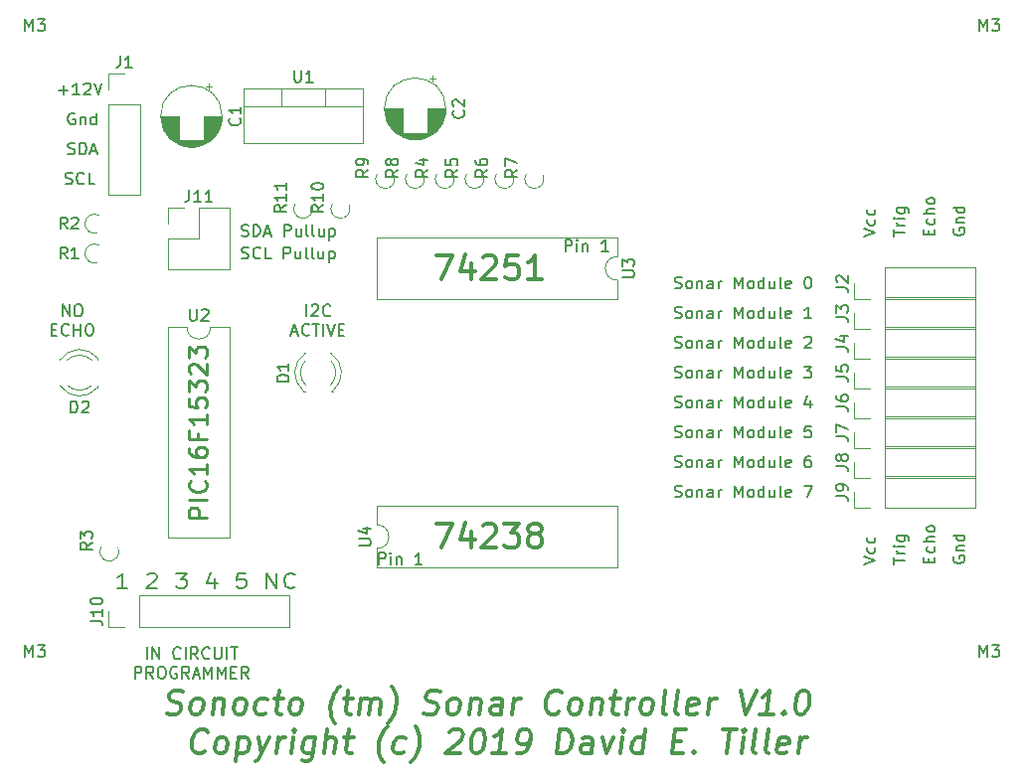
<source format=gto>
G04 #@! TF.GenerationSoftware,KiCad,Pcbnew,(5.1.0-0)*
G04 #@! TF.CreationDate,2019-04-07T15:46:55-04:00*
G04 #@! TF.ProjectId,Sonocto,536f6e6f-6374-46f2-9e6b-696361645f70,rev?*
G04 #@! TF.SameCoordinates,Original*
G04 #@! TF.FileFunction,Legend,Top*
G04 #@! TF.FilePolarity,Positive*
%FSLAX46Y46*%
G04 Gerber Fmt 4.6, Leading zero omitted, Abs format (unit mm)*
G04 Created by KiCad (PCBNEW (5.1.0-0)) date 2019-04-07 15:46:55*
%MOMM*%
%LPD*%
G04 APERTURE LIST*
%ADD10C,0.150000*%
%ADD11C,0.254000*%
%ADD12C,0.304800*%
%ADD13C,0.152400*%
%ADD14C,0.120000*%
G04 APERTURE END LIST*
D10*
X144240476Y-78557380D02*
X144240476Y-77557380D01*
X144621428Y-77557380D01*
X144716666Y-77605000D01*
X144764285Y-77652619D01*
X144811904Y-77747857D01*
X144811904Y-77890714D01*
X144764285Y-77985952D01*
X144716666Y-78033571D01*
X144621428Y-78081190D01*
X144240476Y-78081190D01*
X145240476Y-78557380D02*
X145240476Y-77890714D01*
X145240476Y-77557380D02*
X145192857Y-77605000D01*
X145240476Y-77652619D01*
X145288095Y-77605000D01*
X145240476Y-77557380D01*
X145240476Y-77652619D01*
X145716666Y-77890714D02*
X145716666Y-78557380D01*
X145716666Y-77985952D02*
X145764285Y-77938333D01*
X145859523Y-77890714D01*
X146002380Y-77890714D01*
X146097619Y-77938333D01*
X146145238Y-78033571D01*
X146145238Y-78557380D01*
X147907142Y-78557380D02*
X147335714Y-78557380D01*
X147621428Y-78557380D02*
X147621428Y-77557380D01*
X147526190Y-77700238D01*
X147430952Y-77795476D01*
X147335714Y-77843095D01*
X128365476Y-105227380D02*
X128365476Y-104227380D01*
X128746428Y-104227380D01*
X128841666Y-104275000D01*
X128889285Y-104322619D01*
X128936904Y-104417857D01*
X128936904Y-104560714D01*
X128889285Y-104655952D01*
X128841666Y-104703571D01*
X128746428Y-104751190D01*
X128365476Y-104751190D01*
X129365476Y-105227380D02*
X129365476Y-104560714D01*
X129365476Y-104227380D02*
X129317857Y-104275000D01*
X129365476Y-104322619D01*
X129413095Y-104275000D01*
X129365476Y-104227380D01*
X129365476Y-104322619D01*
X129841666Y-104560714D02*
X129841666Y-105227380D01*
X129841666Y-104655952D02*
X129889285Y-104608333D01*
X129984523Y-104560714D01*
X130127380Y-104560714D01*
X130222619Y-104608333D01*
X130270238Y-104703571D01*
X130270238Y-105227380D01*
X132032142Y-105227380D02*
X131460714Y-105227380D01*
X131746428Y-105227380D02*
X131746428Y-104227380D01*
X131651190Y-104370238D01*
X131555952Y-104465476D01*
X131460714Y-104513095D01*
D11*
X113719428Y-101237142D02*
X112195428Y-101237142D01*
X112195428Y-100656571D01*
X112268000Y-100511428D01*
X112340571Y-100438857D01*
X112485714Y-100366285D01*
X112703428Y-100366285D01*
X112848571Y-100438857D01*
X112921142Y-100511428D01*
X112993714Y-100656571D01*
X112993714Y-101237142D01*
X113719428Y-99713142D02*
X112195428Y-99713142D01*
X113574285Y-98116571D02*
X113646857Y-98189142D01*
X113719428Y-98406857D01*
X113719428Y-98552000D01*
X113646857Y-98769714D01*
X113501714Y-98914857D01*
X113356571Y-98987428D01*
X113066285Y-99060000D01*
X112848571Y-99060000D01*
X112558285Y-98987428D01*
X112413142Y-98914857D01*
X112268000Y-98769714D01*
X112195428Y-98552000D01*
X112195428Y-98406857D01*
X112268000Y-98189142D01*
X112340571Y-98116571D01*
X113719428Y-96665142D02*
X113719428Y-97536000D01*
X113719428Y-97100571D02*
X112195428Y-97100571D01*
X112413142Y-97245714D01*
X112558285Y-97390857D01*
X112630857Y-97536000D01*
X112195428Y-95358857D02*
X112195428Y-95649142D01*
X112268000Y-95794285D01*
X112340571Y-95866857D01*
X112558285Y-96012000D01*
X112848571Y-96084571D01*
X113429142Y-96084571D01*
X113574285Y-96012000D01*
X113646857Y-95939428D01*
X113719428Y-95794285D01*
X113719428Y-95504000D01*
X113646857Y-95358857D01*
X113574285Y-95286285D01*
X113429142Y-95213714D01*
X113066285Y-95213714D01*
X112921142Y-95286285D01*
X112848571Y-95358857D01*
X112776000Y-95504000D01*
X112776000Y-95794285D01*
X112848571Y-95939428D01*
X112921142Y-96012000D01*
X113066285Y-96084571D01*
X112921142Y-94052571D02*
X112921142Y-94560571D01*
X113719428Y-94560571D02*
X112195428Y-94560571D01*
X112195428Y-93834857D01*
X113719428Y-92456000D02*
X113719428Y-93326857D01*
X113719428Y-92891428D02*
X112195428Y-92891428D01*
X112413142Y-93036571D01*
X112558285Y-93181714D01*
X112630857Y-93326857D01*
X112195428Y-91077142D02*
X112195428Y-91802857D01*
X112921142Y-91875428D01*
X112848571Y-91802857D01*
X112776000Y-91657714D01*
X112776000Y-91294857D01*
X112848571Y-91149714D01*
X112921142Y-91077142D01*
X113066285Y-91004571D01*
X113429142Y-91004571D01*
X113574285Y-91077142D01*
X113646857Y-91149714D01*
X113719428Y-91294857D01*
X113719428Y-91657714D01*
X113646857Y-91802857D01*
X113574285Y-91875428D01*
X112195428Y-90496571D02*
X112195428Y-89553142D01*
X112776000Y-90061142D01*
X112776000Y-89843428D01*
X112848571Y-89698285D01*
X112921142Y-89625714D01*
X113066285Y-89553142D01*
X113429142Y-89553142D01*
X113574285Y-89625714D01*
X113646857Y-89698285D01*
X113719428Y-89843428D01*
X113719428Y-90278857D01*
X113646857Y-90424000D01*
X113574285Y-90496571D01*
X112340571Y-88972571D02*
X112268000Y-88900000D01*
X112195428Y-88754857D01*
X112195428Y-88392000D01*
X112268000Y-88246857D01*
X112340571Y-88174285D01*
X112485714Y-88101714D01*
X112630857Y-88101714D01*
X112848571Y-88174285D01*
X113719428Y-89045142D01*
X113719428Y-88101714D01*
X112195428Y-87593714D02*
X112195428Y-86650285D01*
X112776000Y-87158285D01*
X112776000Y-86940571D01*
X112848571Y-86795428D01*
X112921142Y-86722857D01*
X113066285Y-86650285D01*
X113429142Y-86650285D01*
X113574285Y-86722857D01*
X113646857Y-86795428D01*
X113719428Y-86940571D01*
X113719428Y-87376000D01*
X113646857Y-87521142D01*
X113574285Y-87593714D01*
D12*
X133247190Y-101757238D02*
X134601857Y-101757238D01*
X133731000Y-103789238D01*
X136246809Y-102434571D02*
X136246809Y-103789238D01*
X135763000Y-101660476D02*
X135279190Y-103111904D01*
X136537095Y-103111904D01*
X137214428Y-101950761D02*
X137311190Y-101854000D01*
X137504714Y-101757238D01*
X137988523Y-101757238D01*
X138182047Y-101854000D01*
X138278809Y-101950761D01*
X138375571Y-102144285D01*
X138375571Y-102337809D01*
X138278809Y-102628095D01*
X137117666Y-103789238D01*
X138375571Y-103789238D01*
X139052904Y-101757238D02*
X140310809Y-101757238D01*
X139633476Y-102531333D01*
X139923761Y-102531333D01*
X140117285Y-102628095D01*
X140214047Y-102724857D01*
X140310809Y-102918380D01*
X140310809Y-103402190D01*
X140214047Y-103595714D01*
X140117285Y-103692476D01*
X139923761Y-103789238D01*
X139343190Y-103789238D01*
X139149666Y-103692476D01*
X139052904Y-103595714D01*
X141471952Y-102628095D02*
X141278428Y-102531333D01*
X141181666Y-102434571D01*
X141084904Y-102241047D01*
X141084904Y-102144285D01*
X141181666Y-101950761D01*
X141278428Y-101854000D01*
X141471952Y-101757238D01*
X141859000Y-101757238D01*
X142052523Y-101854000D01*
X142149285Y-101950761D01*
X142246047Y-102144285D01*
X142246047Y-102241047D01*
X142149285Y-102434571D01*
X142052523Y-102531333D01*
X141859000Y-102628095D01*
X141471952Y-102628095D01*
X141278428Y-102724857D01*
X141181666Y-102821619D01*
X141084904Y-103015142D01*
X141084904Y-103402190D01*
X141181666Y-103595714D01*
X141278428Y-103692476D01*
X141471952Y-103789238D01*
X141859000Y-103789238D01*
X142052523Y-103692476D01*
X142149285Y-103595714D01*
X142246047Y-103402190D01*
X142246047Y-103015142D01*
X142149285Y-102821619D01*
X142052523Y-102724857D01*
X141859000Y-102628095D01*
X133247190Y-78897238D02*
X134601857Y-78897238D01*
X133731000Y-80929238D01*
X136246809Y-79574571D02*
X136246809Y-80929238D01*
X135763000Y-78800476D02*
X135279190Y-80251904D01*
X136537095Y-80251904D01*
X137214428Y-79090761D02*
X137311190Y-78994000D01*
X137504714Y-78897238D01*
X137988523Y-78897238D01*
X138182047Y-78994000D01*
X138278809Y-79090761D01*
X138375571Y-79284285D01*
X138375571Y-79477809D01*
X138278809Y-79768095D01*
X137117666Y-80929238D01*
X138375571Y-80929238D01*
X140214047Y-78897238D02*
X139246428Y-78897238D01*
X139149666Y-79864857D01*
X139246428Y-79768095D01*
X139439952Y-79671333D01*
X139923761Y-79671333D01*
X140117285Y-79768095D01*
X140214047Y-79864857D01*
X140310809Y-80058380D01*
X140310809Y-80542190D01*
X140214047Y-80735714D01*
X140117285Y-80832476D01*
X139923761Y-80929238D01*
X139439952Y-80929238D01*
X139246428Y-80832476D01*
X139149666Y-80735714D01*
X142246047Y-80929238D02*
X141084904Y-80929238D01*
X141665476Y-80929238D02*
X141665476Y-78897238D01*
X141471952Y-79187523D01*
X141278428Y-79381047D01*
X141084904Y-79477809D01*
X110317068Y-117891076D02*
X110595258Y-117987838D01*
X111079068Y-117987838D01*
X111284687Y-117891076D01*
X111393544Y-117794314D01*
X111514496Y-117600790D01*
X111538687Y-117407266D01*
X111466115Y-117213742D01*
X111381449Y-117116980D01*
X111200020Y-117020219D01*
X110825068Y-116923457D01*
X110643639Y-116826695D01*
X110558973Y-116729933D01*
X110486401Y-116536409D01*
X110510592Y-116342885D01*
X110631544Y-116149361D01*
X110740401Y-116052600D01*
X110946020Y-115955838D01*
X111429830Y-115955838D01*
X111708020Y-116052600D01*
X112627258Y-117987838D02*
X112445830Y-117891076D01*
X112361163Y-117794314D01*
X112288592Y-117600790D01*
X112361163Y-117020219D01*
X112482115Y-116826695D01*
X112590973Y-116729933D01*
X112796592Y-116633171D01*
X113086877Y-116633171D01*
X113268306Y-116729933D01*
X113352973Y-116826695D01*
X113425544Y-117020219D01*
X113352973Y-117600790D01*
X113232020Y-117794314D01*
X113123163Y-117891076D01*
X112917544Y-117987838D01*
X112627258Y-117987838D01*
X114344782Y-116633171D02*
X114175449Y-117987838D01*
X114320592Y-116826695D02*
X114429449Y-116729933D01*
X114635068Y-116633171D01*
X114925354Y-116633171D01*
X115106782Y-116729933D01*
X115179354Y-116923457D01*
X115046306Y-117987838D01*
X116304211Y-117987838D02*
X116122782Y-117891076D01*
X116038115Y-117794314D01*
X115965544Y-117600790D01*
X116038115Y-117020219D01*
X116159068Y-116826695D01*
X116267925Y-116729933D01*
X116473544Y-116633171D01*
X116763830Y-116633171D01*
X116945258Y-116729933D01*
X117029925Y-116826695D01*
X117102496Y-117020219D01*
X117029925Y-117600790D01*
X116908973Y-117794314D01*
X116800115Y-117891076D01*
X116594496Y-117987838D01*
X116304211Y-117987838D01*
X118735354Y-117891076D02*
X118529734Y-117987838D01*
X118142687Y-117987838D01*
X117961258Y-117891076D01*
X117876592Y-117794314D01*
X117804020Y-117600790D01*
X117876592Y-117020219D01*
X117997544Y-116826695D01*
X118106401Y-116729933D01*
X118312020Y-116633171D01*
X118699068Y-116633171D01*
X118880496Y-116729933D01*
X119473163Y-116633171D02*
X120247258Y-116633171D01*
X119848115Y-115955838D02*
X119630401Y-117697552D01*
X119702973Y-117891076D01*
X119884401Y-117987838D01*
X120077925Y-117987838D01*
X121045544Y-117987838D02*
X120864115Y-117891076D01*
X120779449Y-117794314D01*
X120706877Y-117600790D01*
X120779449Y-117020219D01*
X120900401Y-116826695D01*
X121009258Y-116729933D01*
X121214877Y-116633171D01*
X121505163Y-116633171D01*
X121686592Y-116729933D01*
X121771258Y-116826695D01*
X121843830Y-117020219D01*
X121771258Y-117600790D01*
X121650306Y-117794314D01*
X121541449Y-117891076D01*
X121335830Y-117987838D01*
X121045544Y-117987838D01*
X124625734Y-118761933D02*
X124541068Y-118665171D01*
X124383830Y-118374885D01*
X124311258Y-118181361D01*
X124250782Y-117891076D01*
X124214496Y-117407266D01*
X124262877Y-117020219D01*
X124420115Y-116536409D01*
X124553163Y-116246123D01*
X124674115Y-116052600D01*
X124903925Y-115762314D01*
X125012782Y-115665552D01*
X125375639Y-116633171D02*
X126149734Y-116633171D01*
X125750592Y-115955838D02*
X125532877Y-117697552D01*
X125605449Y-117891076D01*
X125786877Y-117987838D01*
X125980401Y-117987838D01*
X126657734Y-117987838D02*
X126827068Y-116633171D01*
X126802877Y-116826695D02*
X126911734Y-116729933D01*
X127117354Y-116633171D01*
X127407639Y-116633171D01*
X127589068Y-116729933D01*
X127661639Y-116923457D01*
X127528592Y-117987838D01*
X127661639Y-116923457D02*
X127782592Y-116729933D01*
X127988211Y-116633171D01*
X128278496Y-116633171D01*
X128459925Y-116729933D01*
X128532496Y-116923457D01*
X128399449Y-117987838D01*
X129076782Y-118761933D02*
X129185639Y-118665171D01*
X129415449Y-118374885D01*
X129536401Y-118181361D01*
X129669449Y-117891076D01*
X129826687Y-117407266D01*
X129875068Y-117020219D01*
X129838782Y-116536409D01*
X129778306Y-116246123D01*
X129705734Y-116052600D01*
X129548496Y-115762314D01*
X129463830Y-115665552D01*
X132185258Y-117891076D02*
X132463449Y-117987838D01*
X132947258Y-117987838D01*
X133152877Y-117891076D01*
X133261734Y-117794314D01*
X133382687Y-117600790D01*
X133406877Y-117407266D01*
X133334306Y-117213742D01*
X133249639Y-117116980D01*
X133068211Y-117020219D01*
X132693258Y-116923457D01*
X132511830Y-116826695D01*
X132427163Y-116729933D01*
X132354592Y-116536409D01*
X132378782Y-116342885D01*
X132499734Y-116149361D01*
X132608592Y-116052600D01*
X132814211Y-115955838D01*
X133298020Y-115955838D01*
X133576211Y-116052600D01*
X134495449Y-117987838D02*
X134314020Y-117891076D01*
X134229354Y-117794314D01*
X134156782Y-117600790D01*
X134229354Y-117020219D01*
X134350306Y-116826695D01*
X134459163Y-116729933D01*
X134664782Y-116633171D01*
X134955068Y-116633171D01*
X135136496Y-116729933D01*
X135221163Y-116826695D01*
X135293734Y-117020219D01*
X135221163Y-117600790D01*
X135100211Y-117794314D01*
X134991354Y-117891076D01*
X134785734Y-117987838D01*
X134495449Y-117987838D01*
X136212973Y-116633171D02*
X136043639Y-117987838D01*
X136188782Y-116826695D02*
X136297639Y-116729933D01*
X136503258Y-116633171D01*
X136793544Y-116633171D01*
X136974973Y-116729933D01*
X137047544Y-116923457D01*
X136914496Y-117987838D01*
X138752973Y-117987838D02*
X138886020Y-116923457D01*
X138813449Y-116729933D01*
X138632020Y-116633171D01*
X138244973Y-116633171D01*
X138039354Y-116729933D01*
X138765068Y-117891076D02*
X138559449Y-117987838D01*
X138075639Y-117987838D01*
X137894211Y-117891076D01*
X137821639Y-117697552D01*
X137845830Y-117504028D01*
X137966782Y-117310504D01*
X138172401Y-117213742D01*
X138656211Y-117213742D01*
X138861830Y-117116980D01*
X139720592Y-117987838D02*
X139889925Y-116633171D01*
X139841544Y-117020219D02*
X139962496Y-116826695D01*
X140071354Y-116729933D01*
X140276973Y-116633171D01*
X140470496Y-116633171D01*
X143712020Y-117794314D02*
X143603163Y-117891076D01*
X143300782Y-117987838D01*
X143107258Y-117987838D01*
X142829068Y-117891076D01*
X142659734Y-117697552D01*
X142587163Y-117504028D01*
X142538782Y-117116980D01*
X142575068Y-116826695D01*
X142720211Y-116439647D01*
X142841163Y-116246123D01*
X143058877Y-116052600D01*
X143361258Y-115955838D01*
X143554782Y-115955838D01*
X143832973Y-116052600D01*
X143917639Y-116149361D01*
X144848973Y-117987838D02*
X144667544Y-117891076D01*
X144582877Y-117794314D01*
X144510306Y-117600790D01*
X144582877Y-117020219D01*
X144703830Y-116826695D01*
X144812687Y-116729933D01*
X145018306Y-116633171D01*
X145308592Y-116633171D01*
X145490020Y-116729933D01*
X145574687Y-116826695D01*
X145647258Y-117020219D01*
X145574687Y-117600790D01*
X145453734Y-117794314D01*
X145344877Y-117891076D01*
X145139258Y-117987838D01*
X144848973Y-117987838D01*
X146566496Y-116633171D02*
X146397163Y-117987838D01*
X146542306Y-116826695D02*
X146651163Y-116729933D01*
X146856782Y-116633171D01*
X147147068Y-116633171D01*
X147328496Y-116729933D01*
X147401068Y-116923457D01*
X147268020Y-117987838D01*
X148114687Y-116633171D02*
X148888782Y-116633171D01*
X148489639Y-115955838D02*
X148271925Y-117697552D01*
X148344496Y-117891076D01*
X148525925Y-117987838D01*
X148719449Y-117987838D01*
X149396782Y-117987838D02*
X149566115Y-116633171D01*
X149517735Y-117020219D02*
X149638687Y-116826695D01*
X149747544Y-116729933D01*
X149953163Y-116633171D01*
X150146687Y-116633171D01*
X150944973Y-117987838D02*
X150763544Y-117891076D01*
X150678877Y-117794314D01*
X150606306Y-117600790D01*
X150678877Y-117020219D01*
X150799830Y-116826695D01*
X150908687Y-116729933D01*
X151114306Y-116633171D01*
X151404592Y-116633171D01*
X151586020Y-116729933D01*
X151670687Y-116826695D01*
X151743258Y-117020219D01*
X151670687Y-117600790D01*
X151549735Y-117794314D01*
X151440877Y-117891076D01*
X151235258Y-117987838D01*
X150944973Y-117987838D01*
X152783449Y-117987838D02*
X152602020Y-117891076D01*
X152529449Y-117697552D01*
X152747163Y-115955838D01*
X153847830Y-117987838D02*
X153666401Y-117891076D01*
X153593830Y-117697552D01*
X153811544Y-115955838D01*
X155408115Y-117891076D02*
X155202496Y-117987838D01*
X154815449Y-117987838D01*
X154634020Y-117891076D01*
X154561449Y-117697552D01*
X154658211Y-116923457D01*
X154779163Y-116729933D01*
X154984782Y-116633171D01*
X155371830Y-116633171D01*
X155553258Y-116729933D01*
X155625830Y-116923457D01*
X155601639Y-117116980D01*
X154609830Y-117310504D01*
X156363639Y-117987838D02*
X156532973Y-116633171D01*
X156484592Y-117020219D02*
X156605544Y-116826695D01*
X156714401Y-116729933D01*
X156920020Y-116633171D01*
X157113544Y-116633171D01*
X159133449Y-115955838D02*
X159556782Y-117987838D01*
X160488115Y-115955838D01*
X161975830Y-117987838D02*
X160814687Y-117987838D01*
X161395258Y-117987838D02*
X161649258Y-115955838D01*
X161419449Y-116246123D01*
X161201734Y-116439647D01*
X160996115Y-116536409D01*
X162870877Y-117794314D02*
X162955544Y-117891076D01*
X162846687Y-117987838D01*
X162762020Y-117891076D01*
X162870877Y-117794314D01*
X162846687Y-117987838D01*
X164455354Y-115955838D02*
X164648877Y-115955838D01*
X164830306Y-116052600D01*
X164914973Y-116149361D01*
X164987544Y-116342885D01*
X165035925Y-116729933D01*
X164975449Y-117213742D01*
X164830306Y-117600790D01*
X164709354Y-117794314D01*
X164600496Y-117891076D01*
X164394877Y-117987838D01*
X164201354Y-117987838D01*
X164019925Y-117891076D01*
X163935258Y-117794314D01*
X163862687Y-117600790D01*
X163814306Y-117213742D01*
X163874782Y-116729933D01*
X164019925Y-116342885D01*
X164140877Y-116149361D01*
X164249735Y-116052600D01*
X164455354Y-115955838D01*
X113570687Y-121147114D02*
X113461830Y-121243876D01*
X113159449Y-121340638D01*
X112965925Y-121340638D01*
X112687735Y-121243876D01*
X112518401Y-121050352D01*
X112445830Y-120856828D01*
X112397449Y-120469780D01*
X112433735Y-120179495D01*
X112578877Y-119792447D01*
X112699830Y-119598923D01*
X112917544Y-119405400D01*
X113219925Y-119308638D01*
X113413449Y-119308638D01*
X113691639Y-119405400D01*
X113776306Y-119502161D01*
X114707639Y-121340638D02*
X114526211Y-121243876D01*
X114441544Y-121147114D01*
X114368973Y-120953590D01*
X114441544Y-120373019D01*
X114562496Y-120179495D01*
X114671354Y-120082733D01*
X114876973Y-119985971D01*
X115167258Y-119985971D01*
X115348687Y-120082733D01*
X115433354Y-120179495D01*
X115505925Y-120373019D01*
X115433354Y-120953590D01*
X115312401Y-121147114D01*
X115203544Y-121243876D01*
X114997925Y-121340638D01*
X114707639Y-121340638D01*
X116425163Y-119985971D02*
X116171163Y-122017971D01*
X116413068Y-120082733D02*
X116618687Y-119985971D01*
X117005735Y-119985971D01*
X117187163Y-120082733D01*
X117271830Y-120179495D01*
X117344401Y-120373019D01*
X117271830Y-120953590D01*
X117150877Y-121147114D01*
X117042020Y-121243876D01*
X116836401Y-121340638D01*
X116449354Y-121340638D01*
X116267925Y-121243876D01*
X118070115Y-119985971D02*
X118384592Y-121340638D01*
X119037735Y-119985971D02*
X118384592Y-121340638D01*
X118130592Y-121824447D01*
X118021735Y-121921209D01*
X117816115Y-122017971D01*
X119642496Y-121340638D02*
X119811830Y-119985971D01*
X119763449Y-120373019D02*
X119884401Y-120179495D01*
X119993258Y-120082733D01*
X120198877Y-119985971D01*
X120392401Y-119985971D01*
X120900401Y-121340638D02*
X121069735Y-119985971D01*
X121154401Y-119308638D02*
X121045544Y-119405400D01*
X121130211Y-119502161D01*
X121239068Y-119405400D01*
X121154401Y-119308638D01*
X121130211Y-119502161D01*
X122908211Y-119985971D02*
X122702592Y-121630923D01*
X122581639Y-121824447D01*
X122472782Y-121921209D01*
X122267163Y-122017971D01*
X121976877Y-122017971D01*
X121795449Y-121921209D01*
X122750973Y-121243876D02*
X122545354Y-121340638D01*
X122158306Y-121340638D01*
X121976877Y-121243876D01*
X121892211Y-121147114D01*
X121819639Y-120953590D01*
X121892211Y-120373019D01*
X122013163Y-120179495D01*
X122122020Y-120082733D01*
X122327639Y-119985971D01*
X122714687Y-119985971D01*
X122896115Y-120082733D01*
X123706496Y-121340638D02*
X123960496Y-119308638D01*
X124577354Y-121340638D02*
X124710401Y-120276257D01*
X124637830Y-120082733D01*
X124456401Y-119985971D01*
X124166115Y-119985971D01*
X123960496Y-120082733D01*
X123851639Y-120179495D01*
X125424020Y-119985971D02*
X126198115Y-119985971D01*
X125798973Y-119308638D02*
X125581258Y-121050352D01*
X125653830Y-121243876D01*
X125835258Y-121340638D01*
X126028782Y-121340638D01*
X128738115Y-122114733D02*
X128653449Y-122017971D01*
X128496211Y-121727685D01*
X128423639Y-121534161D01*
X128363163Y-121243876D01*
X128326877Y-120760066D01*
X128375258Y-120373019D01*
X128532496Y-119889209D01*
X128665544Y-119598923D01*
X128786496Y-119405400D01*
X129016306Y-119115114D01*
X129125163Y-119018352D01*
X130491925Y-121243876D02*
X130286306Y-121340638D01*
X129899258Y-121340638D01*
X129717830Y-121243876D01*
X129633163Y-121147114D01*
X129560592Y-120953590D01*
X129633163Y-120373019D01*
X129754115Y-120179495D01*
X129862973Y-120082733D01*
X130068592Y-119985971D01*
X130455639Y-119985971D01*
X130637068Y-120082733D01*
X131060401Y-122114733D02*
X131169258Y-122017971D01*
X131399068Y-121727685D01*
X131520020Y-121534161D01*
X131653068Y-121243876D01*
X131810306Y-120760066D01*
X131858687Y-120373019D01*
X131822401Y-119889209D01*
X131761925Y-119598923D01*
X131689354Y-119405400D01*
X131532115Y-119115114D01*
X131447449Y-119018352D01*
X134386592Y-119502161D02*
X134495449Y-119405400D01*
X134701068Y-119308638D01*
X135184877Y-119308638D01*
X135366306Y-119405400D01*
X135450973Y-119502161D01*
X135523544Y-119695685D01*
X135499354Y-119889209D01*
X135366306Y-120179495D01*
X134060020Y-121340638D01*
X135317925Y-121340638D01*
X136829830Y-119308638D02*
X137023354Y-119308638D01*
X137204782Y-119405400D01*
X137289449Y-119502161D01*
X137362020Y-119695685D01*
X137410401Y-120082733D01*
X137349925Y-120566542D01*
X137204782Y-120953590D01*
X137083830Y-121147114D01*
X136974973Y-121243876D01*
X136769354Y-121340638D01*
X136575830Y-121340638D01*
X136394401Y-121243876D01*
X136309735Y-121147114D01*
X136237163Y-120953590D01*
X136188782Y-120566542D01*
X136249258Y-120082733D01*
X136394401Y-119695685D01*
X136515354Y-119502161D01*
X136624211Y-119405400D01*
X136829830Y-119308638D01*
X139188401Y-121340638D02*
X138027258Y-121340638D01*
X138607830Y-121340638D02*
X138861830Y-119308638D01*
X138632020Y-119598923D01*
X138414306Y-119792447D01*
X138208687Y-119889209D01*
X140156020Y-121340638D02*
X140543068Y-121340638D01*
X140748687Y-121243876D01*
X140857544Y-121147114D01*
X141087354Y-120856828D01*
X141232496Y-120469780D01*
X141329258Y-119695685D01*
X141256687Y-119502161D01*
X141172020Y-119405400D01*
X140990592Y-119308638D01*
X140603544Y-119308638D01*
X140397925Y-119405400D01*
X140289068Y-119502161D01*
X140168115Y-119695685D01*
X140107639Y-120179495D01*
X140180211Y-120373019D01*
X140264877Y-120469780D01*
X140446306Y-120566542D01*
X140833354Y-120566542D01*
X141038973Y-120469780D01*
X141147830Y-120373019D01*
X141268782Y-120179495D01*
X143542687Y-121340638D02*
X143796687Y-119308638D01*
X144280496Y-119308638D01*
X144558687Y-119405400D01*
X144728020Y-119598923D01*
X144800592Y-119792447D01*
X144848973Y-120179495D01*
X144812687Y-120469780D01*
X144667544Y-120856828D01*
X144546592Y-121050352D01*
X144328877Y-121243876D01*
X144026496Y-121340638D01*
X143542687Y-121340638D01*
X146445544Y-121340638D02*
X146578592Y-120276257D01*
X146506020Y-120082733D01*
X146324592Y-119985971D01*
X145937544Y-119985971D01*
X145731925Y-120082733D01*
X146457639Y-121243876D02*
X146252020Y-121340638D01*
X145768211Y-121340638D01*
X145586782Y-121243876D01*
X145514211Y-121050352D01*
X145538401Y-120856828D01*
X145659354Y-120663304D01*
X145864973Y-120566542D01*
X146348782Y-120566542D01*
X146554401Y-120469780D01*
X147388973Y-119985971D02*
X147703449Y-121340638D01*
X148356592Y-119985971D01*
X148961354Y-121340638D02*
X149130687Y-119985971D01*
X149215354Y-119308638D02*
X149106496Y-119405400D01*
X149191163Y-119502161D01*
X149300020Y-119405400D01*
X149215354Y-119308638D01*
X149191163Y-119502161D01*
X150799830Y-121340638D02*
X151053830Y-119308638D01*
X150811925Y-121243876D02*
X150606306Y-121340638D01*
X150219258Y-121340638D01*
X150037830Y-121243876D01*
X149953163Y-121147114D01*
X149880592Y-120953590D01*
X149953163Y-120373019D01*
X150074115Y-120179495D01*
X150182973Y-120082733D01*
X150388592Y-119985971D01*
X150775639Y-119985971D01*
X150957068Y-120082733D01*
X153448687Y-120276257D02*
X154126020Y-120276257D01*
X154283258Y-121340638D02*
X153315639Y-121340638D01*
X153569639Y-119308638D01*
X154537258Y-119308638D01*
X155178306Y-121147114D02*
X155262973Y-121243876D01*
X155154115Y-121340638D01*
X155069449Y-121243876D01*
X155178306Y-121147114D01*
X155154115Y-121340638D01*
X157633639Y-119308638D02*
X158794782Y-119308638D01*
X157960211Y-121340638D02*
X158214211Y-119308638D01*
X159218115Y-121340638D02*
X159387449Y-119985971D01*
X159472115Y-119308638D02*
X159363258Y-119405400D01*
X159447925Y-119502161D01*
X159556782Y-119405400D01*
X159472115Y-119308638D01*
X159447925Y-119502161D01*
X160476020Y-121340638D02*
X160294592Y-121243876D01*
X160222020Y-121050352D01*
X160439735Y-119308638D01*
X161540401Y-121340638D02*
X161358973Y-121243876D01*
X161286401Y-121050352D01*
X161504115Y-119308638D01*
X163100687Y-121243876D02*
X162895068Y-121340638D01*
X162508020Y-121340638D01*
X162326592Y-121243876D01*
X162254020Y-121050352D01*
X162350782Y-120276257D01*
X162471735Y-120082733D01*
X162677354Y-119985971D01*
X163064401Y-119985971D01*
X163245830Y-120082733D01*
X163318401Y-120276257D01*
X163294211Y-120469780D01*
X162302401Y-120663304D01*
X164056211Y-121340638D02*
X164225544Y-119985971D01*
X164177163Y-120373019D02*
X164298115Y-120179495D01*
X164406973Y-120082733D01*
X164612592Y-119985971D01*
X164806115Y-119985971D01*
D10*
X153575476Y-99464761D02*
X153718333Y-99512380D01*
X153956428Y-99512380D01*
X154051666Y-99464761D01*
X154099285Y-99417142D01*
X154146904Y-99321904D01*
X154146904Y-99226666D01*
X154099285Y-99131428D01*
X154051666Y-99083809D01*
X153956428Y-99036190D01*
X153765952Y-98988571D01*
X153670714Y-98940952D01*
X153623095Y-98893333D01*
X153575476Y-98798095D01*
X153575476Y-98702857D01*
X153623095Y-98607619D01*
X153670714Y-98560000D01*
X153765952Y-98512380D01*
X154004047Y-98512380D01*
X154146904Y-98560000D01*
X154718333Y-99512380D02*
X154623095Y-99464761D01*
X154575476Y-99417142D01*
X154527857Y-99321904D01*
X154527857Y-99036190D01*
X154575476Y-98940952D01*
X154623095Y-98893333D01*
X154718333Y-98845714D01*
X154861190Y-98845714D01*
X154956428Y-98893333D01*
X155004047Y-98940952D01*
X155051666Y-99036190D01*
X155051666Y-99321904D01*
X155004047Y-99417142D01*
X154956428Y-99464761D01*
X154861190Y-99512380D01*
X154718333Y-99512380D01*
X155480238Y-98845714D02*
X155480238Y-99512380D01*
X155480238Y-98940952D02*
X155527857Y-98893333D01*
X155623095Y-98845714D01*
X155765952Y-98845714D01*
X155861190Y-98893333D01*
X155908809Y-98988571D01*
X155908809Y-99512380D01*
X156813571Y-99512380D02*
X156813571Y-98988571D01*
X156765952Y-98893333D01*
X156670714Y-98845714D01*
X156480238Y-98845714D01*
X156385000Y-98893333D01*
X156813571Y-99464761D02*
X156718333Y-99512380D01*
X156480238Y-99512380D01*
X156385000Y-99464761D01*
X156337380Y-99369523D01*
X156337380Y-99274285D01*
X156385000Y-99179047D01*
X156480238Y-99131428D01*
X156718333Y-99131428D01*
X156813571Y-99083809D01*
X157289761Y-99512380D02*
X157289761Y-98845714D01*
X157289761Y-99036190D02*
X157337380Y-98940952D01*
X157385000Y-98893333D01*
X157480238Y-98845714D01*
X157575476Y-98845714D01*
X158670714Y-99512380D02*
X158670714Y-98512380D01*
X159004047Y-99226666D01*
X159337380Y-98512380D01*
X159337380Y-99512380D01*
X159956428Y-99512380D02*
X159861190Y-99464761D01*
X159813571Y-99417142D01*
X159765952Y-99321904D01*
X159765952Y-99036190D01*
X159813571Y-98940952D01*
X159861190Y-98893333D01*
X159956428Y-98845714D01*
X160099285Y-98845714D01*
X160194523Y-98893333D01*
X160242142Y-98940952D01*
X160289761Y-99036190D01*
X160289761Y-99321904D01*
X160242142Y-99417142D01*
X160194523Y-99464761D01*
X160099285Y-99512380D01*
X159956428Y-99512380D01*
X161146904Y-99512380D02*
X161146904Y-98512380D01*
X161146904Y-99464761D02*
X161051666Y-99512380D01*
X160861190Y-99512380D01*
X160765952Y-99464761D01*
X160718333Y-99417142D01*
X160670714Y-99321904D01*
X160670714Y-99036190D01*
X160718333Y-98940952D01*
X160765952Y-98893333D01*
X160861190Y-98845714D01*
X161051666Y-98845714D01*
X161146904Y-98893333D01*
X162051666Y-98845714D02*
X162051666Y-99512380D01*
X161623095Y-98845714D02*
X161623095Y-99369523D01*
X161670714Y-99464761D01*
X161765952Y-99512380D01*
X161908809Y-99512380D01*
X162004047Y-99464761D01*
X162051666Y-99417142D01*
X162670714Y-99512380D02*
X162575476Y-99464761D01*
X162527857Y-99369523D01*
X162527857Y-98512380D01*
X163432619Y-99464761D02*
X163337380Y-99512380D01*
X163146904Y-99512380D01*
X163051666Y-99464761D01*
X163004047Y-99369523D01*
X163004047Y-98988571D01*
X163051666Y-98893333D01*
X163146904Y-98845714D01*
X163337380Y-98845714D01*
X163432619Y-98893333D01*
X163480238Y-98988571D01*
X163480238Y-99083809D01*
X163004047Y-99179047D01*
X164575476Y-98512380D02*
X165242142Y-98512380D01*
X164813571Y-99512380D01*
X153575476Y-96924761D02*
X153718333Y-96972380D01*
X153956428Y-96972380D01*
X154051666Y-96924761D01*
X154099285Y-96877142D01*
X154146904Y-96781904D01*
X154146904Y-96686666D01*
X154099285Y-96591428D01*
X154051666Y-96543809D01*
X153956428Y-96496190D01*
X153765952Y-96448571D01*
X153670714Y-96400952D01*
X153623095Y-96353333D01*
X153575476Y-96258095D01*
X153575476Y-96162857D01*
X153623095Y-96067619D01*
X153670714Y-96020000D01*
X153765952Y-95972380D01*
X154004047Y-95972380D01*
X154146904Y-96020000D01*
X154718333Y-96972380D02*
X154623095Y-96924761D01*
X154575476Y-96877142D01*
X154527857Y-96781904D01*
X154527857Y-96496190D01*
X154575476Y-96400952D01*
X154623095Y-96353333D01*
X154718333Y-96305714D01*
X154861190Y-96305714D01*
X154956428Y-96353333D01*
X155004047Y-96400952D01*
X155051666Y-96496190D01*
X155051666Y-96781904D01*
X155004047Y-96877142D01*
X154956428Y-96924761D01*
X154861190Y-96972380D01*
X154718333Y-96972380D01*
X155480238Y-96305714D02*
X155480238Y-96972380D01*
X155480238Y-96400952D02*
X155527857Y-96353333D01*
X155623095Y-96305714D01*
X155765952Y-96305714D01*
X155861190Y-96353333D01*
X155908809Y-96448571D01*
X155908809Y-96972380D01*
X156813571Y-96972380D02*
X156813571Y-96448571D01*
X156765952Y-96353333D01*
X156670714Y-96305714D01*
X156480238Y-96305714D01*
X156385000Y-96353333D01*
X156813571Y-96924761D02*
X156718333Y-96972380D01*
X156480238Y-96972380D01*
X156385000Y-96924761D01*
X156337380Y-96829523D01*
X156337380Y-96734285D01*
X156385000Y-96639047D01*
X156480238Y-96591428D01*
X156718333Y-96591428D01*
X156813571Y-96543809D01*
X157289761Y-96972380D02*
X157289761Y-96305714D01*
X157289761Y-96496190D02*
X157337380Y-96400952D01*
X157385000Y-96353333D01*
X157480238Y-96305714D01*
X157575476Y-96305714D01*
X158670714Y-96972380D02*
X158670714Y-95972380D01*
X159004047Y-96686666D01*
X159337380Y-95972380D01*
X159337380Y-96972380D01*
X159956428Y-96972380D02*
X159861190Y-96924761D01*
X159813571Y-96877142D01*
X159765952Y-96781904D01*
X159765952Y-96496190D01*
X159813571Y-96400952D01*
X159861190Y-96353333D01*
X159956428Y-96305714D01*
X160099285Y-96305714D01*
X160194523Y-96353333D01*
X160242142Y-96400952D01*
X160289761Y-96496190D01*
X160289761Y-96781904D01*
X160242142Y-96877142D01*
X160194523Y-96924761D01*
X160099285Y-96972380D01*
X159956428Y-96972380D01*
X161146904Y-96972380D02*
X161146904Y-95972380D01*
X161146904Y-96924761D02*
X161051666Y-96972380D01*
X160861190Y-96972380D01*
X160765952Y-96924761D01*
X160718333Y-96877142D01*
X160670714Y-96781904D01*
X160670714Y-96496190D01*
X160718333Y-96400952D01*
X160765952Y-96353333D01*
X160861190Y-96305714D01*
X161051666Y-96305714D01*
X161146904Y-96353333D01*
X162051666Y-96305714D02*
X162051666Y-96972380D01*
X161623095Y-96305714D02*
X161623095Y-96829523D01*
X161670714Y-96924761D01*
X161765952Y-96972380D01*
X161908809Y-96972380D01*
X162004047Y-96924761D01*
X162051666Y-96877142D01*
X162670714Y-96972380D02*
X162575476Y-96924761D01*
X162527857Y-96829523D01*
X162527857Y-95972380D01*
X163432619Y-96924761D02*
X163337380Y-96972380D01*
X163146904Y-96972380D01*
X163051666Y-96924761D01*
X163004047Y-96829523D01*
X163004047Y-96448571D01*
X163051666Y-96353333D01*
X163146904Y-96305714D01*
X163337380Y-96305714D01*
X163432619Y-96353333D01*
X163480238Y-96448571D01*
X163480238Y-96543809D01*
X163004047Y-96639047D01*
X165099285Y-95972380D02*
X164908809Y-95972380D01*
X164813571Y-96020000D01*
X164765952Y-96067619D01*
X164670714Y-96210476D01*
X164623095Y-96400952D01*
X164623095Y-96781904D01*
X164670714Y-96877142D01*
X164718333Y-96924761D01*
X164813571Y-96972380D01*
X165004047Y-96972380D01*
X165099285Y-96924761D01*
X165146904Y-96877142D01*
X165194523Y-96781904D01*
X165194523Y-96543809D01*
X165146904Y-96448571D01*
X165099285Y-96400952D01*
X165004047Y-96353333D01*
X164813571Y-96353333D01*
X164718333Y-96400952D01*
X164670714Y-96448571D01*
X164623095Y-96543809D01*
X153575476Y-94384761D02*
X153718333Y-94432380D01*
X153956428Y-94432380D01*
X154051666Y-94384761D01*
X154099285Y-94337142D01*
X154146904Y-94241904D01*
X154146904Y-94146666D01*
X154099285Y-94051428D01*
X154051666Y-94003809D01*
X153956428Y-93956190D01*
X153765952Y-93908571D01*
X153670714Y-93860952D01*
X153623095Y-93813333D01*
X153575476Y-93718095D01*
X153575476Y-93622857D01*
X153623095Y-93527619D01*
X153670714Y-93480000D01*
X153765952Y-93432380D01*
X154004047Y-93432380D01*
X154146904Y-93480000D01*
X154718333Y-94432380D02*
X154623095Y-94384761D01*
X154575476Y-94337142D01*
X154527857Y-94241904D01*
X154527857Y-93956190D01*
X154575476Y-93860952D01*
X154623095Y-93813333D01*
X154718333Y-93765714D01*
X154861190Y-93765714D01*
X154956428Y-93813333D01*
X155004047Y-93860952D01*
X155051666Y-93956190D01*
X155051666Y-94241904D01*
X155004047Y-94337142D01*
X154956428Y-94384761D01*
X154861190Y-94432380D01*
X154718333Y-94432380D01*
X155480238Y-93765714D02*
X155480238Y-94432380D01*
X155480238Y-93860952D02*
X155527857Y-93813333D01*
X155623095Y-93765714D01*
X155765952Y-93765714D01*
X155861190Y-93813333D01*
X155908809Y-93908571D01*
X155908809Y-94432380D01*
X156813571Y-94432380D02*
X156813571Y-93908571D01*
X156765952Y-93813333D01*
X156670714Y-93765714D01*
X156480238Y-93765714D01*
X156385000Y-93813333D01*
X156813571Y-94384761D02*
X156718333Y-94432380D01*
X156480238Y-94432380D01*
X156385000Y-94384761D01*
X156337380Y-94289523D01*
X156337380Y-94194285D01*
X156385000Y-94099047D01*
X156480238Y-94051428D01*
X156718333Y-94051428D01*
X156813571Y-94003809D01*
X157289761Y-94432380D02*
X157289761Y-93765714D01*
X157289761Y-93956190D02*
X157337380Y-93860952D01*
X157385000Y-93813333D01*
X157480238Y-93765714D01*
X157575476Y-93765714D01*
X158670714Y-94432380D02*
X158670714Y-93432380D01*
X159004047Y-94146666D01*
X159337380Y-93432380D01*
X159337380Y-94432380D01*
X159956428Y-94432380D02*
X159861190Y-94384761D01*
X159813571Y-94337142D01*
X159765952Y-94241904D01*
X159765952Y-93956190D01*
X159813571Y-93860952D01*
X159861190Y-93813333D01*
X159956428Y-93765714D01*
X160099285Y-93765714D01*
X160194523Y-93813333D01*
X160242142Y-93860952D01*
X160289761Y-93956190D01*
X160289761Y-94241904D01*
X160242142Y-94337142D01*
X160194523Y-94384761D01*
X160099285Y-94432380D01*
X159956428Y-94432380D01*
X161146904Y-94432380D02*
X161146904Y-93432380D01*
X161146904Y-94384761D02*
X161051666Y-94432380D01*
X160861190Y-94432380D01*
X160765952Y-94384761D01*
X160718333Y-94337142D01*
X160670714Y-94241904D01*
X160670714Y-93956190D01*
X160718333Y-93860952D01*
X160765952Y-93813333D01*
X160861190Y-93765714D01*
X161051666Y-93765714D01*
X161146904Y-93813333D01*
X162051666Y-93765714D02*
X162051666Y-94432380D01*
X161623095Y-93765714D02*
X161623095Y-94289523D01*
X161670714Y-94384761D01*
X161765952Y-94432380D01*
X161908809Y-94432380D01*
X162004047Y-94384761D01*
X162051666Y-94337142D01*
X162670714Y-94432380D02*
X162575476Y-94384761D01*
X162527857Y-94289523D01*
X162527857Y-93432380D01*
X163432619Y-94384761D02*
X163337380Y-94432380D01*
X163146904Y-94432380D01*
X163051666Y-94384761D01*
X163004047Y-94289523D01*
X163004047Y-93908571D01*
X163051666Y-93813333D01*
X163146904Y-93765714D01*
X163337380Y-93765714D01*
X163432619Y-93813333D01*
X163480238Y-93908571D01*
X163480238Y-94003809D01*
X163004047Y-94099047D01*
X165146904Y-93432380D02*
X164670714Y-93432380D01*
X164623095Y-93908571D01*
X164670714Y-93860952D01*
X164765952Y-93813333D01*
X165004047Y-93813333D01*
X165099285Y-93860952D01*
X165146904Y-93908571D01*
X165194523Y-94003809D01*
X165194523Y-94241904D01*
X165146904Y-94337142D01*
X165099285Y-94384761D01*
X165004047Y-94432380D01*
X164765952Y-94432380D01*
X164670714Y-94384761D01*
X164623095Y-94337142D01*
X153575476Y-91844761D02*
X153718333Y-91892380D01*
X153956428Y-91892380D01*
X154051666Y-91844761D01*
X154099285Y-91797142D01*
X154146904Y-91701904D01*
X154146904Y-91606666D01*
X154099285Y-91511428D01*
X154051666Y-91463809D01*
X153956428Y-91416190D01*
X153765952Y-91368571D01*
X153670714Y-91320952D01*
X153623095Y-91273333D01*
X153575476Y-91178095D01*
X153575476Y-91082857D01*
X153623095Y-90987619D01*
X153670714Y-90940000D01*
X153765952Y-90892380D01*
X154004047Y-90892380D01*
X154146904Y-90940000D01*
X154718333Y-91892380D02*
X154623095Y-91844761D01*
X154575476Y-91797142D01*
X154527857Y-91701904D01*
X154527857Y-91416190D01*
X154575476Y-91320952D01*
X154623095Y-91273333D01*
X154718333Y-91225714D01*
X154861190Y-91225714D01*
X154956428Y-91273333D01*
X155004047Y-91320952D01*
X155051666Y-91416190D01*
X155051666Y-91701904D01*
X155004047Y-91797142D01*
X154956428Y-91844761D01*
X154861190Y-91892380D01*
X154718333Y-91892380D01*
X155480238Y-91225714D02*
X155480238Y-91892380D01*
X155480238Y-91320952D02*
X155527857Y-91273333D01*
X155623095Y-91225714D01*
X155765952Y-91225714D01*
X155861190Y-91273333D01*
X155908809Y-91368571D01*
X155908809Y-91892380D01*
X156813571Y-91892380D02*
X156813571Y-91368571D01*
X156765952Y-91273333D01*
X156670714Y-91225714D01*
X156480238Y-91225714D01*
X156385000Y-91273333D01*
X156813571Y-91844761D02*
X156718333Y-91892380D01*
X156480238Y-91892380D01*
X156385000Y-91844761D01*
X156337380Y-91749523D01*
X156337380Y-91654285D01*
X156385000Y-91559047D01*
X156480238Y-91511428D01*
X156718333Y-91511428D01*
X156813571Y-91463809D01*
X157289761Y-91892380D02*
X157289761Y-91225714D01*
X157289761Y-91416190D02*
X157337380Y-91320952D01*
X157385000Y-91273333D01*
X157480238Y-91225714D01*
X157575476Y-91225714D01*
X158670714Y-91892380D02*
X158670714Y-90892380D01*
X159004047Y-91606666D01*
X159337380Y-90892380D01*
X159337380Y-91892380D01*
X159956428Y-91892380D02*
X159861190Y-91844761D01*
X159813571Y-91797142D01*
X159765952Y-91701904D01*
X159765952Y-91416190D01*
X159813571Y-91320952D01*
X159861190Y-91273333D01*
X159956428Y-91225714D01*
X160099285Y-91225714D01*
X160194523Y-91273333D01*
X160242142Y-91320952D01*
X160289761Y-91416190D01*
X160289761Y-91701904D01*
X160242142Y-91797142D01*
X160194523Y-91844761D01*
X160099285Y-91892380D01*
X159956428Y-91892380D01*
X161146904Y-91892380D02*
X161146904Y-90892380D01*
X161146904Y-91844761D02*
X161051666Y-91892380D01*
X160861190Y-91892380D01*
X160765952Y-91844761D01*
X160718333Y-91797142D01*
X160670714Y-91701904D01*
X160670714Y-91416190D01*
X160718333Y-91320952D01*
X160765952Y-91273333D01*
X160861190Y-91225714D01*
X161051666Y-91225714D01*
X161146904Y-91273333D01*
X162051666Y-91225714D02*
X162051666Y-91892380D01*
X161623095Y-91225714D02*
X161623095Y-91749523D01*
X161670714Y-91844761D01*
X161765952Y-91892380D01*
X161908809Y-91892380D01*
X162004047Y-91844761D01*
X162051666Y-91797142D01*
X162670714Y-91892380D02*
X162575476Y-91844761D01*
X162527857Y-91749523D01*
X162527857Y-90892380D01*
X163432619Y-91844761D02*
X163337380Y-91892380D01*
X163146904Y-91892380D01*
X163051666Y-91844761D01*
X163004047Y-91749523D01*
X163004047Y-91368571D01*
X163051666Y-91273333D01*
X163146904Y-91225714D01*
X163337380Y-91225714D01*
X163432619Y-91273333D01*
X163480238Y-91368571D01*
X163480238Y-91463809D01*
X163004047Y-91559047D01*
X165099285Y-91225714D02*
X165099285Y-91892380D01*
X164861190Y-90844761D02*
X164623095Y-91559047D01*
X165242142Y-91559047D01*
X153575476Y-89304761D02*
X153718333Y-89352380D01*
X153956428Y-89352380D01*
X154051666Y-89304761D01*
X154099285Y-89257142D01*
X154146904Y-89161904D01*
X154146904Y-89066666D01*
X154099285Y-88971428D01*
X154051666Y-88923809D01*
X153956428Y-88876190D01*
X153765952Y-88828571D01*
X153670714Y-88780952D01*
X153623095Y-88733333D01*
X153575476Y-88638095D01*
X153575476Y-88542857D01*
X153623095Y-88447619D01*
X153670714Y-88400000D01*
X153765952Y-88352380D01*
X154004047Y-88352380D01*
X154146904Y-88400000D01*
X154718333Y-89352380D02*
X154623095Y-89304761D01*
X154575476Y-89257142D01*
X154527857Y-89161904D01*
X154527857Y-88876190D01*
X154575476Y-88780952D01*
X154623095Y-88733333D01*
X154718333Y-88685714D01*
X154861190Y-88685714D01*
X154956428Y-88733333D01*
X155004047Y-88780952D01*
X155051666Y-88876190D01*
X155051666Y-89161904D01*
X155004047Y-89257142D01*
X154956428Y-89304761D01*
X154861190Y-89352380D01*
X154718333Y-89352380D01*
X155480238Y-88685714D02*
X155480238Y-89352380D01*
X155480238Y-88780952D02*
X155527857Y-88733333D01*
X155623095Y-88685714D01*
X155765952Y-88685714D01*
X155861190Y-88733333D01*
X155908809Y-88828571D01*
X155908809Y-89352380D01*
X156813571Y-89352380D02*
X156813571Y-88828571D01*
X156765952Y-88733333D01*
X156670714Y-88685714D01*
X156480238Y-88685714D01*
X156385000Y-88733333D01*
X156813571Y-89304761D02*
X156718333Y-89352380D01*
X156480238Y-89352380D01*
X156385000Y-89304761D01*
X156337380Y-89209523D01*
X156337380Y-89114285D01*
X156385000Y-89019047D01*
X156480238Y-88971428D01*
X156718333Y-88971428D01*
X156813571Y-88923809D01*
X157289761Y-89352380D02*
X157289761Y-88685714D01*
X157289761Y-88876190D02*
X157337380Y-88780952D01*
X157385000Y-88733333D01*
X157480238Y-88685714D01*
X157575476Y-88685714D01*
X158670714Y-89352380D02*
X158670714Y-88352380D01*
X159004047Y-89066666D01*
X159337380Y-88352380D01*
X159337380Y-89352380D01*
X159956428Y-89352380D02*
X159861190Y-89304761D01*
X159813571Y-89257142D01*
X159765952Y-89161904D01*
X159765952Y-88876190D01*
X159813571Y-88780952D01*
X159861190Y-88733333D01*
X159956428Y-88685714D01*
X160099285Y-88685714D01*
X160194523Y-88733333D01*
X160242142Y-88780952D01*
X160289761Y-88876190D01*
X160289761Y-89161904D01*
X160242142Y-89257142D01*
X160194523Y-89304761D01*
X160099285Y-89352380D01*
X159956428Y-89352380D01*
X161146904Y-89352380D02*
X161146904Y-88352380D01*
X161146904Y-89304761D02*
X161051666Y-89352380D01*
X160861190Y-89352380D01*
X160765952Y-89304761D01*
X160718333Y-89257142D01*
X160670714Y-89161904D01*
X160670714Y-88876190D01*
X160718333Y-88780952D01*
X160765952Y-88733333D01*
X160861190Y-88685714D01*
X161051666Y-88685714D01*
X161146904Y-88733333D01*
X162051666Y-88685714D02*
X162051666Y-89352380D01*
X161623095Y-88685714D02*
X161623095Y-89209523D01*
X161670714Y-89304761D01*
X161765952Y-89352380D01*
X161908809Y-89352380D01*
X162004047Y-89304761D01*
X162051666Y-89257142D01*
X162670714Y-89352380D02*
X162575476Y-89304761D01*
X162527857Y-89209523D01*
X162527857Y-88352380D01*
X163432619Y-89304761D02*
X163337380Y-89352380D01*
X163146904Y-89352380D01*
X163051666Y-89304761D01*
X163004047Y-89209523D01*
X163004047Y-88828571D01*
X163051666Y-88733333D01*
X163146904Y-88685714D01*
X163337380Y-88685714D01*
X163432619Y-88733333D01*
X163480238Y-88828571D01*
X163480238Y-88923809D01*
X163004047Y-89019047D01*
X164575476Y-88352380D02*
X165194523Y-88352380D01*
X164861190Y-88733333D01*
X165004047Y-88733333D01*
X165099285Y-88780952D01*
X165146904Y-88828571D01*
X165194523Y-88923809D01*
X165194523Y-89161904D01*
X165146904Y-89257142D01*
X165099285Y-89304761D01*
X165004047Y-89352380D01*
X164718333Y-89352380D01*
X164623095Y-89304761D01*
X164575476Y-89257142D01*
X153575476Y-86764761D02*
X153718333Y-86812380D01*
X153956428Y-86812380D01*
X154051666Y-86764761D01*
X154099285Y-86717142D01*
X154146904Y-86621904D01*
X154146904Y-86526666D01*
X154099285Y-86431428D01*
X154051666Y-86383809D01*
X153956428Y-86336190D01*
X153765952Y-86288571D01*
X153670714Y-86240952D01*
X153623095Y-86193333D01*
X153575476Y-86098095D01*
X153575476Y-86002857D01*
X153623095Y-85907619D01*
X153670714Y-85860000D01*
X153765952Y-85812380D01*
X154004047Y-85812380D01*
X154146904Y-85860000D01*
X154718333Y-86812380D02*
X154623095Y-86764761D01*
X154575476Y-86717142D01*
X154527857Y-86621904D01*
X154527857Y-86336190D01*
X154575476Y-86240952D01*
X154623095Y-86193333D01*
X154718333Y-86145714D01*
X154861190Y-86145714D01*
X154956428Y-86193333D01*
X155004047Y-86240952D01*
X155051666Y-86336190D01*
X155051666Y-86621904D01*
X155004047Y-86717142D01*
X154956428Y-86764761D01*
X154861190Y-86812380D01*
X154718333Y-86812380D01*
X155480238Y-86145714D02*
X155480238Y-86812380D01*
X155480238Y-86240952D02*
X155527857Y-86193333D01*
X155623095Y-86145714D01*
X155765952Y-86145714D01*
X155861190Y-86193333D01*
X155908809Y-86288571D01*
X155908809Y-86812380D01*
X156813571Y-86812380D02*
X156813571Y-86288571D01*
X156765952Y-86193333D01*
X156670714Y-86145714D01*
X156480238Y-86145714D01*
X156385000Y-86193333D01*
X156813571Y-86764761D02*
X156718333Y-86812380D01*
X156480238Y-86812380D01*
X156385000Y-86764761D01*
X156337380Y-86669523D01*
X156337380Y-86574285D01*
X156385000Y-86479047D01*
X156480238Y-86431428D01*
X156718333Y-86431428D01*
X156813571Y-86383809D01*
X157289761Y-86812380D02*
X157289761Y-86145714D01*
X157289761Y-86336190D02*
X157337380Y-86240952D01*
X157385000Y-86193333D01*
X157480238Y-86145714D01*
X157575476Y-86145714D01*
X158670714Y-86812380D02*
X158670714Y-85812380D01*
X159004047Y-86526666D01*
X159337380Y-85812380D01*
X159337380Y-86812380D01*
X159956428Y-86812380D02*
X159861190Y-86764761D01*
X159813571Y-86717142D01*
X159765952Y-86621904D01*
X159765952Y-86336190D01*
X159813571Y-86240952D01*
X159861190Y-86193333D01*
X159956428Y-86145714D01*
X160099285Y-86145714D01*
X160194523Y-86193333D01*
X160242142Y-86240952D01*
X160289761Y-86336190D01*
X160289761Y-86621904D01*
X160242142Y-86717142D01*
X160194523Y-86764761D01*
X160099285Y-86812380D01*
X159956428Y-86812380D01*
X161146904Y-86812380D02*
X161146904Y-85812380D01*
X161146904Y-86764761D02*
X161051666Y-86812380D01*
X160861190Y-86812380D01*
X160765952Y-86764761D01*
X160718333Y-86717142D01*
X160670714Y-86621904D01*
X160670714Y-86336190D01*
X160718333Y-86240952D01*
X160765952Y-86193333D01*
X160861190Y-86145714D01*
X161051666Y-86145714D01*
X161146904Y-86193333D01*
X162051666Y-86145714D02*
X162051666Y-86812380D01*
X161623095Y-86145714D02*
X161623095Y-86669523D01*
X161670714Y-86764761D01*
X161765952Y-86812380D01*
X161908809Y-86812380D01*
X162004047Y-86764761D01*
X162051666Y-86717142D01*
X162670714Y-86812380D02*
X162575476Y-86764761D01*
X162527857Y-86669523D01*
X162527857Y-85812380D01*
X163432619Y-86764761D02*
X163337380Y-86812380D01*
X163146904Y-86812380D01*
X163051666Y-86764761D01*
X163004047Y-86669523D01*
X163004047Y-86288571D01*
X163051666Y-86193333D01*
X163146904Y-86145714D01*
X163337380Y-86145714D01*
X163432619Y-86193333D01*
X163480238Y-86288571D01*
X163480238Y-86383809D01*
X163004047Y-86479047D01*
X164623095Y-85907619D02*
X164670714Y-85860000D01*
X164765952Y-85812380D01*
X165004047Y-85812380D01*
X165099285Y-85860000D01*
X165146904Y-85907619D01*
X165194523Y-86002857D01*
X165194523Y-86098095D01*
X165146904Y-86240952D01*
X164575476Y-86812380D01*
X165194523Y-86812380D01*
X153575476Y-84224761D02*
X153718333Y-84272380D01*
X153956428Y-84272380D01*
X154051666Y-84224761D01*
X154099285Y-84177142D01*
X154146904Y-84081904D01*
X154146904Y-83986666D01*
X154099285Y-83891428D01*
X154051666Y-83843809D01*
X153956428Y-83796190D01*
X153765952Y-83748571D01*
X153670714Y-83700952D01*
X153623095Y-83653333D01*
X153575476Y-83558095D01*
X153575476Y-83462857D01*
X153623095Y-83367619D01*
X153670714Y-83320000D01*
X153765952Y-83272380D01*
X154004047Y-83272380D01*
X154146904Y-83320000D01*
X154718333Y-84272380D02*
X154623095Y-84224761D01*
X154575476Y-84177142D01*
X154527857Y-84081904D01*
X154527857Y-83796190D01*
X154575476Y-83700952D01*
X154623095Y-83653333D01*
X154718333Y-83605714D01*
X154861190Y-83605714D01*
X154956428Y-83653333D01*
X155004047Y-83700952D01*
X155051666Y-83796190D01*
X155051666Y-84081904D01*
X155004047Y-84177142D01*
X154956428Y-84224761D01*
X154861190Y-84272380D01*
X154718333Y-84272380D01*
X155480238Y-83605714D02*
X155480238Y-84272380D01*
X155480238Y-83700952D02*
X155527857Y-83653333D01*
X155623095Y-83605714D01*
X155765952Y-83605714D01*
X155861190Y-83653333D01*
X155908809Y-83748571D01*
X155908809Y-84272380D01*
X156813571Y-84272380D02*
X156813571Y-83748571D01*
X156765952Y-83653333D01*
X156670714Y-83605714D01*
X156480238Y-83605714D01*
X156385000Y-83653333D01*
X156813571Y-84224761D02*
X156718333Y-84272380D01*
X156480238Y-84272380D01*
X156385000Y-84224761D01*
X156337380Y-84129523D01*
X156337380Y-84034285D01*
X156385000Y-83939047D01*
X156480238Y-83891428D01*
X156718333Y-83891428D01*
X156813571Y-83843809D01*
X157289761Y-84272380D02*
X157289761Y-83605714D01*
X157289761Y-83796190D02*
X157337380Y-83700952D01*
X157385000Y-83653333D01*
X157480238Y-83605714D01*
X157575476Y-83605714D01*
X158670714Y-84272380D02*
X158670714Y-83272380D01*
X159004047Y-83986666D01*
X159337380Y-83272380D01*
X159337380Y-84272380D01*
X159956428Y-84272380D02*
X159861190Y-84224761D01*
X159813571Y-84177142D01*
X159765952Y-84081904D01*
X159765952Y-83796190D01*
X159813571Y-83700952D01*
X159861190Y-83653333D01*
X159956428Y-83605714D01*
X160099285Y-83605714D01*
X160194523Y-83653333D01*
X160242142Y-83700952D01*
X160289761Y-83796190D01*
X160289761Y-84081904D01*
X160242142Y-84177142D01*
X160194523Y-84224761D01*
X160099285Y-84272380D01*
X159956428Y-84272380D01*
X161146904Y-84272380D02*
X161146904Y-83272380D01*
X161146904Y-84224761D02*
X161051666Y-84272380D01*
X160861190Y-84272380D01*
X160765952Y-84224761D01*
X160718333Y-84177142D01*
X160670714Y-84081904D01*
X160670714Y-83796190D01*
X160718333Y-83700952D01*
X160765952Y-83653333D01*
X160861190Y-83605714D01*
X161051666Y-83605714D01*
X161146904Y-83653333D01*
X162051666Y-83605714D02*
X162051666Y-84272380D01*
X161623095Y-83605714D02*
X161623095Y-84129523D01*
X161670714Y-84224761D01*
X161765952Y-84272380D01*
X161908809Y-84272380D01*
X162004047Y-84224761D01*
X162051666Y-84177142D01*
X162670714Y-84272380D02*
X162575476Y-84224761D01*
X162527857Y-84129523D01*
X162527857Y-83272380D01*
X163432619Y-84224761D02*
X163337380Y-84272380D01*
X163146904Y-84272380D01*
X163051666Y-84224761D01*
X163004047Y-84129523D01*
X163004047Y-83748571D01*
X163051666Y-83653333D01*
X163146904Y-83605714D01*
X163337380Y-83605714D01*
X163432619Y-83653333D01*
X163480238Y-83748571D01*
X163480238Y-83843809D01*
X163004047Y-83939047D01*
X165194523Y-84272380D02*
X164623095Y-84272380D01*
X164908809Y-84272380D02*
X164908809Y-83272380D01*
X164813571Y-83415238D01*
X164718333Y-83510476D01*
X164623095Y-83558095D01*
X153575476Y-81684761D02*
X153718333Y-81732380D01*
X153956428Y-81732380D01*
X154051666Y-81684761D01*
X154099285Y-81637142D01*
X154146904Y-81541904D01*
X154146904Y-81446666D01*
X154099285Y-81351428D01*
X154051666Y-81303809D01*
X153956428Y-81256190D01*
X153765952Y-81208571D01*
X153670714Y-81160952D01*
X153623095Y-81113333D01*
X153575476Y-81018095D01*
X153575476Y-80922857D01*
X153623095Y-80827619D01*
X153670714Y-80780000D01*
X153765952Y-80732380D01*
X154004047Y-80732380D01*
X154146904Y-80780000D01*
X154718333Y-81732380D02*
X154623095Y-81684761D01*
X154575476Y-81637142D01*
X154527857Y-81541904D01*
X154527857Y-81256190D01*
X154575476Y-81160952D01*
X154623095Y-81113333D01*
X154718333Y-81065714D01*
X154861190Y-81065714D01*
X154956428Y-81113333D01*
X155004047Y-81160952D01*
X155051666Y-81256190D01*
X155051666Y-81541904D01*
X155004047Y-81637142D01*
X154956428Y-81684761D01*
X154861190Y-81732380D01*
X154718333Y-81732380D01*
X155480238Y-81065714D02*
X155480238Y-81732380D01*
X155480238Y-81160952D02*
X155527857Y-81113333D01*
X155623095Y-81065714D01*
X155765952Y-81065714D01*
X155861190Y-81113333D01*
X155908809Y-81208571D01*
X155908809Y-81732380D01*
X156813571Y-81732380D02*
X156813571Y-81208571D01*
X156765952Y-81113333D01*
X156670714Y-81065714D01*
X156480238Y-81065714D01*
X156385000Y-81113333D01*
X156813571Y-81684761D02*
X156718333Y-81732380D01*
X156480238Y-81732380D01*
X156385000Y-81684761D01*
X156337380Y-81589523D01*
X156337380Y-81494285D01*
X156385000Y-81399047D01*
X156480238Y-81351428D01*
X156718333Y-81351428D01*
X156813571Y-81303809D01*
X157289761Y-81732380D02*
X157289761Y-81065714D01*
X157289761Y-81256190D02*
X157337380Y-81160952D01*
X157385000Y-81113333D01*
X157480238Y-81065714D01*
X157575476Y-81065714D01*
X158670714Y-81732380D02*
X158670714Y-80732380D01*
X159004047Y-81446666D01*
X159337380Y-80732380D01*
X159337380Y-81732380D01*
X159956428Y-81732380D02*
X159861190Y-81684761D01*
X159813571Y-81637142D01*
X159765952Y-81541904D01*
X159765952Y-81256190D01*
X159813571Y-81160952D01*
X159861190Y-81113333D01*
X159956428Y-81065714D01*
X160099285Y-81065714D01*
X160194523Y-81113333D01*
X160242142Y-81160952D01*
X160289761Y-81256190D01*
X160289761Y-81541904D01*
X160242142Y-81637142D01*
X160194523Y-81684761D01*
X160099285Y-81732380D01*
X159956428Y-81732380D01*
X161146904Y-81732380D02*
X161146904Y-80732380D01*
X161146904Y-81684761D02*
X161051666Y-81732380D01*
X160861190Y-81732380D01*
X160765952Y-81684761D01*
X160718333Y-81637142D01*
X160670714Y-81541904D01*
X160670714Y-81256190D01*
X160718333Y-81160952D01*
X160765952Y-81113333D01*
X160861190Y-81065714D01*
X161051666Y-81065714D01*
X161146904Y-81113333D01*
X162051666Y-81065714D02*
X162051666Y-81732380D01*
X161623095Y-81065714D02*
X161623095Y-81589523D01*
X161670714Y-81684761D01*
X161765952Y-81732380D01*
X161908809Y-81732380D01*
X162004047Y-81684761D01*
X162051666Y-81637142D01*
X162670714Y-81732380D02*
X162575476Y-81684761D01*
X162527857Y-81589523D01*
X162527857Y-80732380D01*
X163432619Y-81684761D02*
X163337380Y-81732380D01*
X163146904Y-81732380D01*
X163051666Y-81684761D01*
X163004047Y-81589523D01*
X163004047Y-81208571D01*
X163051666Y-81113333D01*
X163146904Y-81065714D01*
X163337380Y-81065714D01*
X163432619Y-81113333D01*
X163480238Y-81208571D01*
X163480238Y-81303809D01*
X163004047Y-81399047D01*
X164861190Y-80732380D02*
X164956428Y-80732380D01*
X165051666Y-80780000D01*
X165099285Y-80827619D01*
X165146904Y-80922857D01*
X165194523Y-81113333D01*
X165194523Y-81351428D01*
X165146904Y-81541904D01*
X165099285Y-81637142D01*
X165051666Y-81684761D01*
X164956428Y-81732380D01*
X164861190Y-81732380D01*
X164765952Y-81684761D01*
X164718333Y-81637142D01*
X164670714Y-81541904D01*
X164623095Y-81351428D01*
X164623095Y-81113333D01*
X164670714Y-80922857D01*
X164718333Y-80827619D01*
X164765952Y-80780000D01*
X164861190Y-80732380D01*
D13*
X106965447Y-107254523D02*
X106123619Y-107254523D01*
X106544533Y-107254523D02*
X106544533Y-105984523D01*
X106404228Y-106165952D01*
X106263923Y-106286904D01*
X106123619Y-106347380D01*
X108649104Y-106105476D02*
X108719257Y-106045000D01*
X108859561Y-105984523D01*
X109210323Y-105984523D01*
X109350628Y-106045000D01*
X109420780Y-106105476D01*
X109490933Y-106226428D01*
X109490933Y-106347380D01*
X109420780Y-106528809D01*
X108578952Y-107254523D01*
X109490933Y-107254523D01*
X111104438Y-105984523D02*
X112016419Y-105984523D01*
X111525352Y-106468333D01*
X111735809Y-106468333D01*
X111876114Y-106528809D01*
X111946266Y-106589285D01*
X112016419Y-106710238D01*
X112016419Y-107012619D01*
X111946266Y-107133571D01*
X111876114Y-107194047D01*
X111735809Y-107254523D01*
X111314895Y-107254523D01*
X111174590Y-107194047D01*
X111104438Y-107133571D01*
X114401600Y-106407857D02*
X114401600Y-107254523D01*
X114050838Y-105924047D02*
X113700076Y-106831190D01*
X114612057Y-106831190D01*
X116997238Y-105984523D02*
X116295714Y-105984523D01*
X116225561Y-106589285D01*
X116295714Y-106528809D01*
X116436019Y-106468333D01*
X116786780Y-106468333D01*
X116927085Y-106528809D01*
X116997238Y-106589285D01*
X117067390Y-106710238D01*
X117067390Y-107012619D01*
X116997238Y-107133571D01*
X116927085Y-107194047D01*
X116786780Y-107254523D01*
X116436019Y-107254523D01*
X116295714Y-107194047D01*
X116225561Y-107133571D01*
X118821200Y-107254523D02*
X118821200Y-105984523D01*
X119663028Y-107254523D01*
X119663028Y-105984523D01*
X121206380Y-107133571D02*
X121136228Y-107194047D01*
X120925771Y-107254523D01*
X120785466Y-107254523D01*
X120575009Y-107194047D01*
X120434704Y-107073095D01*
X120364552Y-106952142D01*
X120294400Y-106710238D01*
X120294400Y-106528809D01*
X120364552Y-106286904D01*
X120434704Y-106165952D01*
X120575009Y-106045000D01*
X120785466Y-105984523D01*
X120925771Y-105984523D01*
X121136228Y-106045000D01*
X121206380Y-106105476D01*
D10*
X108609285Y-113292380D02*
X108609285Y-112292380D01*
X109085476Y-113292380D02*
X109085476Y-112292380D01*
X109656904Y-113292380D01*
X109656904Y-112292380D01*
X111466428Y-113197142D02*
X111418809Y-113244761D01*
X111275952Y-113292380D01*
X111180714Y-113292380D01*
X111037857Y-113244761D01*
X110942619Y-113149523D01*
X110895000Y-113054285D01*
X110847380Y-112863809D01*
X110847380Y-112720952D01*
X110895000Y-112530476D01*
X110942619Y-112435238D01*
X111037857Y-112340000D01*
X111180714Y-112292380D01*
X111275952Y-112292380D01*
X111418809Y-112340000D01*
X111466428Y-112387619D01*
X111895000Y-113292380D02*
X111895000Y-112292380D01*
X112942619Y-113292380D02*
X112609285Y-112816190D01*
X112371190Y-113292380D02*
X112371190Y-112292380D01*
X112752142Y-112292380D01*
X112847380Y-112340000D01*
X112895000Y-112387619D01*
X112942619Y-112482857D01*
X112942619Y-112625714D01*
X112895000Y-112720952D01*
X112847380Y-112768571D01*
X112752142Y-112816190D01*
X112371190Y-112816190D01*
X113942619Y-113197142D02*
X113895000Y-113244761D01*
X113752142Y-113292380D01*
X113656904Y-113292380D01*
X113514047Y-113244761D01*
X113418809Y-113149523D01*
X113371190Y-113054285D01*
X113323571Y-112863809D01*
X113323571Y-112720952D01*
X113371190Y-112530476D01*
X113418809Y-112435238D01*
X113514047Y-112340000D01*
X113656904Y-112292380D01*
X113752142Y-112292380D01*
X113895000Y-112340000D01*
X113942619Y-112387619D01*
X114371190Y-112292380D02*
X114371190Y-113101904D01*
X114418809Y-113197142D01*
X114466428Y-113244761D01*
X114561666Y-113292380D01*
X114752142Y-113292380D01*
X114847380Y-113244761D01*
X114895000Y-113197142D01*
X114942619Y-113101904D01*
X114942619Y-112292380D01*
X115418809Y-113292380D02*
X115418809Y-112292380D01*
X115752142Y-112292380D02*
X116323571Y-112292380D01*
X116037857Y-113292380D02*
X116037857Y-112292380D01*
X107585476Y-114942380D02*
X107585476Y-113942380D01*
X107966428Y-113942380D01*
X108061666Y-113990000D01*
X108109285Y-114037619D01*
X108156904Y-114132857D01*
X108156904Y-114275714D01*
X108109285Y-114370952D01*
X108061666Y-114418571D01*
X107966428Y-114466190D01*
X107585476Y-114466190D01*
X109156904Y-114942380D02*
X108823571Y-114466190D01*
X108585476Y-114942380D02*
X108585476Y-113942380D01*
X108966428Y-113942380D01*
X109061666Y-113990000D01*
X109109285Y-114037619D01*
X109156904Y-114132857D01*
X109156904Y-114275714D01*
X109109285Y-114370952D01*
X109061666Y-114418571D01*
X108966428Y-114466190D01*
X108585476Y-114466190D01*
X109775952Y-113942380D02*
X109966428Y-113942380D01*
X110061666Y-113990000D01*
X110156904Y-114085238D01*
X110204523Y-114275714D01*
X110204523Y-114609047D01*
X110156904Y-114799523D01*
X110061666Y-114894761D01*
X109966428Y-114942380D01*
X109775952Y-114942380D01*
X109680714Y-114894761D01*
X109585476Y-114799523D01*
X109537857Y-114609047D01*
X109537857Y-114275714D01*
X109585476Y-114085238D01*
X109680714Y-113990000D01*
X109775952Y-113942380D01*
X111156904Y-113990000D02*
X111061666Y-113942380D01*
X110918809Y-113942380D01*
X110775952Y-113990000D01*
X110680714Y-114085238D01*
X110633095Y-114180476D01*
X110585476Y-114370952D01*
X110585476Y-114513809D01*
X110633095Y-114704285D01*
X110680714Y-114799523D01*
X110775952Y-114894761D01*
X110918809Y-114942380D01*
X111014047Y-114942380D01*
X111156904Y-114894761D01*
X111204523Y-114847142D01*
X111204523Y-114513809D01*
X111014047Y-114513809D01*
X112204523Y-114942380D02*
X111871190Y-114466190D01*
X111633095Y-114942380D02*
X111633095Y-113942380D01*
X112014047Y-113942380D01*
X112109285Y-113990000D01*
X112156904Y-114037619D01*
X112204523Y-114132857D01*
X112204523Y-114275714D01*
X112156904Y-114370952D01*
X112109285Y-114418571D01*
X112014047Y-114466190D01*
X111633095Y-114466190D01*
X112585476Y-114656666D02*
X113061666Y-114656666D01*
X112490238Y-114942380D02*
X112823571Y-113942380D01*
X113156904Y-114942380D01*
X113490238Y-114942380D02*
X113490238Y-113942380D01*
X113823571Y-114656666D01*
X114156904Y-113942380D01*
X114156904Y-114942380D01*
X114633095Y-114942380D02*
X114633095Y-113942380D01*
X114966428Y-114656666D01*
X115299761Y-113942380D01*
X115299761Y-114942380D01*
X115775952Y-114418571D02*
X116109285Y-114418571D01*
X116252142Y-114942380D02*
X115775952Y-114942380D01*
X115775952Y-113942380D01*
X116252142Y-113942380D01*
X117252142Y-114942380D02*
X116918809Y-114466190D01*
X116680714Y-114942380D02*
X116680714Y-113942380D01*
X117061666Y-113942380D01*
X117156904Y-113990000D01*
X117204523Y-114037619D01*
X117252142Y-114132857D01*
X117252142Y-114275714D01*
X117204523Y-114370952D01*
X117156904Y-114418571D01*
X117061666Y-114466190D01*
X116680714Y-114466190D01*
X122213809Y-84082380D02*
X122213809Y-83082380D01*
X122642380Y-83177619D02*
X122690000Y-83130000D01*
X122785238Y-83082380D01*
X123023333Y-83082380D01*
X123118571Y-83130000D01*
X123166190Y-83177619D01*
X123213809Y-83272857D01*
X123213809Y-83368095D01*
X123166190Y-83510952D01*
X122594761Y-84082380D01*
X123213809Y-84082380D01*
X124213809Y-83987142D02*
X124166190Y-84034761D01*
X124023333Y-84082380D01*
X123928095Y-84082380D01*
X123785238Y-84034761D01*
X123690000Y-83939523D01*
X123642380Y-83844285D01*
X123594761Y-83653809D01*
X123594761Y-83510952D01*
X123642380Y-83320476D01*
X123690000Y-83225238D01*
X123785238Y-83130000D01*
X123928095Y-83082380D01*
X124023333Y-83082380D01*
X124166190Y-83130000D01*
X124213809Y-83177619D01*
X120951904Y-85446666D02*
X121428095Y-85446666D01*
X120856666Y-85732380D02*
X121190000Y-84732380D01*
X121523333Y-85732380D01*
X122428095Y-85637142D02*
X122380476Y-85684761D01*
X122237619Y-85732380D01*
X122142380Y-85732380D01*
X121999523Y-85684761D01*
X121904285Y-85589523D01*
X121856666Y-85494285D01*
X121809047Y-85303809D01*
X121809047Y-85160952D01*
X121856666Y-84970476D01*
X121904285Y-84875238D01*
X121999523Y-84780000D01*
X122142380Y-84732380D01*
X122237619Y-84732380D01*
X122380476Y-84780000D01*
X122428095Y-84827619D01*
X122713809Y-84732380D02*
X123285238Y-84732380D01*
X122999523Y-85732380D02*
X122999523Y-84732380D01*
X123618571Y-85732380D02*
X123618571Y-84732380D01*
X123951904Y-84732380D02*
X124285238Y-85732380D01*
X124618571Y-84732380D01*
X124951904Y-85208571D02*
X125285238Y-85208571D01*
X125428095Y-85732380D02*
X124951904Y-85732380D01*
X124951904Y-84732380D01*
X125428095Y-84732380D01*
X101425476Y-84082380D02*
X101425476Y-83082380D01*
X101996904Y-84082380D01*
X101996904Y-83082380D01*
X102663571Y-83082380D02*
X102854047Y-83082380D01*
X102949285Y-83130000D01*
X103044523Y-83225238D01*
X103092142Y-83415714D01*
X103092142Y-83749047D01*
X103044523Y-83939523D01*
X102949285Y-84034761D01*
X102854047Y-84082380D01*
X102663571Y-84082380D01*
X102568333Y-84034761D01*
X102473095Y-83939523D01*
X102425476Y-83749047D01*
X102425476Y-83415714D01*
X102473095Y-83225238D01*
X102568333Y-83130000D01*
X102663571Y-83082380D01*
X100473095Y-85208571D02*
X100806428Y-85208571D01*
X100949285Y-85732380D02*
X100473095Y-85732380D01*
X100473095Y-84732380D01*
X100949285Y-84732380D01*
X101949285Y-85637142D02*
X101901666Y-85684761D01*
X101758809Y-85732380D01*
X101663571Y-85732380D01*
X101520714Y-85684761D01*
X101425476Y-85589523D01*
X101377857Y-85494285D01*
X101330238Y-85303809D01*
X101330238Y-85160952D01*
X101377857Y-84970476D01*
X101425476Y-84875238D01*
X101520714Y-84780000D01*
X101663571Y-84732380D01*
X101758809Y-84732380D01*
X101901666Y-84780000D01*
X101949285Y-84827619D01*
X102377857Y-85732380D02*
X102377857Y-84732380D01*
X102377857Y-85208571D02*
X102949285Y-85208571D01*
X102949285Y-85732380D02*
X102949285Y-84732380D01*
X103615952Y-84732380D02*
X103806428Y-84732380D01*
X103901666Y-84780000D01*
X103996904Y-84875238D01*
X104044523Y-85065714D01*
X104044523Y-85399047D01*
X103996904Y-85589523D01*
X103901666Y-85684761D01*
X103806428Y-85732380D01*
X103615952Y-85732380D01*
X103520714Y-85684761D01*
X103425476Y-85589523D01*
X103377857Y-85399047D01*
X103377857Y-85065714D01*
X103425476Y-84875238D01*
X103520714Y-84780000D01*
X103615952Y-84732380D01*
X116697619Y-79144761D02*
X116840476Y-79192380D01*
X117078571Y-79192380D01*
X117173809Y-79144761D01*
X117221428Y-79097142D01*
X117269047Y-79001904D01*
X117269047Y-78906666D01*
X117221428Y-78811428D01*
X117173809Y-78763809D01*
X117078571Y-78716190D01*
X116888095Y-78668571D01*
X116792857Y-78620952D01*
X116745238Y-78573333D01*
X116697619Y-78478095D01*
X116697619Y-78382857D01*
X116745238Y-78287619D01*
X116792857Y-78240000D01*
X116888095Y-78192380D01*
X117126190Y-78192380D01*
X117269047Y-78240000D01*
X118269047Y-79097142D02*
X118221428Y-79144761D01*
X118078571Y-79192380D01*
X117983333Y-79192380D01*
X117840476Y-79144761D01*
X117745238Y-79049523D01*
X117697619Y-78954285D01*
X117650000Y-78763809D01*
X117650000Y-78620952D01*
X117697619Y-78430476D01*
X117745238Y-78335238D01*
X117840476Y-78240000D01*
X117983333Y-78192380D01*
X118078571Y-78192380D01*
X118221428Y-78240000D01*
X118269047Y-78287619D01*
X119173809Y-79192380D02*
X118697619Y-79192380D01*
X118697619Y-78192380D01*
X120269047Y-79192380D02*
X120269047Y-78192380D01*
X120650000Y-78192380D01*
X120745238Y-78240000D01*
X120792857Y-78287619D01*
X120840476Y-78382857D01*
X120840476Y-78525714D01*
X120792857Y-78620952D01*
X120745238Y-78668571D01*
X120650000Y-78716190D01*
X120269047Y-78716190D01*
X121697619Y-78525714D02*
X121697619Y-79192380D01*
X121269047Y-78525714D02*
X121269047Y-79049523D01*
X121316666Y-79144761D01*
X121411904Y-79192380D01*
X121554761Y-79192380D01*
X121650000Y-79144761D01*
X121697619Y-79097142D01*
X122316666Y-79192380D02*
X122221428Y-79144761D01*
X122173809Y-79049523D01*
X122173809Y-78192380D01*
X122840476Y-79192380D02*
X122745238Y-79144761D01*
X122697619Y-79049523D01*
X122697619Y-78192380D01*
X123650000Y-78525714D02*
X123650000Y-79192380D01*
X123221428Y-78525714D02*
X123221428Y-79049523D01*
X123269047Y-79144761D01*
X123364285Y-79192380D01*
X123507142Y-79192380D01*
X123602380Y-79144761D01*
X123650000Y-79097142D01*
X124126190Y-78525714D02*
X124126190Y-79525714D01*
X124126190Y-78573333D02*
X124221428Y-78525714D01*
X124411904Y-78525714D01*
X124507142Y-78573333D01*
X124554761Y-78620952D01*
X124602380Y-78716190D01*
X124602380Y-79001904D01*
X124554761Y-79097142D01*
X124507142Y-79144761D01*
X124411904Y-79192380D01*
X124221428Y-79192380D01*
X124126190Y-79144761D01*
X116673809Y-77239761D02*
X116816666Y-77287380D01*
X117054761Y-77287380D01*
X117150000Y-77239761D01*
X117197619Y-77192142D01*
X117245238Y-77096904D01*
X117245238Y-77001666D01*
X117197619Y-76906428D01*
X117150000Y-76858809D01*
X117054761Y-76811190D01*
X116864285Y-76763571D01*
X116769047Y-76715952D01*
X116721428Y-76668333D01*
X116673809Y-76573095D01*
X116673809Y-76477857D01*
X116721428Y-76382619D01*
X116769047Y-76335000D01*
X116864285Y-76287380D01*
X117102380Y-76287380D01*
X117245238Y-76335000D01*
X117673809Y-77287380D02*
X117673809Y-76287380D01*
X117911904Y-76287380D01*
X118054761Y-76335000D01*
X118150000Y-76430238D01*
X118197619Y-76525476D01*
X118245238Y-76715952D01*
X118245238Y-76858809D01*
X118197619Y-77049285D01*
X118150000Y-77144523D01*
X118054761Y-77239761D01*
X117911904Y-77287380D01*
X117673809Y-77287380D01*
X118626190Y-77001666D02*
X119102380Y-77001666D01*
X118530952Y-77287380D02*
X118864285Y-76287380D01*
X119197619Y-77287380D01*
X120292857Y-77287380D02*
X120292857Y-76287380D01*
X120673809Y-76287380D01*
X120769047Y-76335000D01*
X120816666Y-76382619D01*
X120864285Y-76477857D01*
X120864285Y-76620714D01*
X120816666Y-76715952D01*
X120769047Y-76763571D01*
X120673809Y-76811190D01*
X120292857Y-76811190D01*
X121721428Y-76620714D02*
X121721428Y-77287380D01*
X121292857Y-76620714D02*
X121292857Y-77144523D01*
X121340476Y-77239761D01*
X121435714Y-77287380D01*
X121578571Y-77287380D01*
X121673809Y-77239761D01*
X121721428Y-77192142D01*
X122340476Y-77287380D02*
X122245238Y-77239761D01*
X122197619Y-77144523D01*
X122197619Y-76287380D01*
X122864285Y-77287380D02*
X122769047Y-77239761D01*
X122721428Y-77144523D01*
X122721428Y-76287380D01*
X123673809Y-76620714D02*
X123673809Y-77287380D01*
X123245238Y-76620714D02*
X123245238Y-77144523D01*
X123292857Y-77239761D01*
X123388095Y-77287380D01*
X123530952Y-77287380D01*
X123626190Y-77239761D01*
X123673809Y-77192142D01*
X124150000Y-76620714D02*
X124150000Y-77620714D01*
X124150000Y-76668333D02*
X124245238Y-76620714D01*
X124435714Y-76620714D01*
X124530952Y-76668333D01*
X124578571Y-76715952D01*
X124626190Y-76811190D01*
X124626190Y-77096904D01*
X124578571Y-77192142D01*
X124530952Y-77239761D01*
X124435714Y-77287380D01*
X124245238Y-77287380D01*
X124150000Y-77239761D01*
X101679523Y-72794761D02*
X101822380Y-72842380D01*
X102060476Y-72842380D01*
X102155714Y-72794761D01*
X102203333Y-72747142D01*
X102250952Y-72651904D01*
X102250952Y-72556666D01*
X102203333Y-72461428D01*
X102155714Y-72413809D01*
X102060476Y-72366190D01*
X101870000Y-72318571D01*
X101774761Y-72270952D01*
X101727142Y-72223333D01*
X101679523Y-72128095D01*
X101679523Y-72032857D01*
X101727142Y-71937619D01*
X101774761Y-71890000D01*
X101870000Y-71842380D01*
X102108095Y-71842380D01*
X102250952Y-71890000D01*
X103250952Y-72747142D02*
X103203333Y-72794761D01*
X103060476Y-72842380D01*
X102965238Y-72842380D01*
X102822380Y-72794761D01*
X102727142Y-72699523D01*
X102679523Y-72604285D01*
X102631904Y-72413809D01*
X102631904Y-72270952D01*
X102679523Y-72080476D01*
X102727142Y-71985238D01*
X102822380Y-71890000D01*
X102965238Y-71842380D01*
X103060476Y-71842380D01*
X103203333Y-71890000D01*
X103250952Y-71937619D01*
X104155714Y-72842380D02*
X103679523Y-72842380D01*
X103679523Y-71842380D01*
X101887976Y-70254761D02*
X102030833Y-70302380D01*
X102268928Y-70302380D01*
X102364166Y-70254761D01*
X102411785Y-70207142D01*
X102459404Y-70111904D01*
X102459404Y-70016666D01*
X102411785Y-69921428D01*
X102364166Y-69873809D01*
X102268928Y-69826190D01*
X102078452Y-69778571D01*
X101983214Y-69730952D01*
X101935595Y-69683333D01*
X101887976Y-69588095D01*
X101887976Y-69492857D01*
X101935595Y-69397619D01*
X101983214Y-69350000D01*
X102078452Y-69302380D01*
X102316547Y-69302380D01*
X102459404Y-69350000D01*
X102887976Y-70302380D02*
X102887976Y-69302380D01*
X103126071Y-69302380D01*
X103268928Y-69350000D01*
X103364166Y-69445238D01*
X103411785Y-69540476D01*
X103459404Y-69730952D01*
X103459404Y-69873809D01*
X103411785Y-70064285D01*
X103364166Y-70159523D01*
X103268928Y-70254761D01*
X103126071Y-70302380D01*
X102887976Y-70302380D01*
X103840357Y-70016666D02*
X104316547Y-70016666D01*
X103745119Y-70302380D02*
X104078452Y-69302380D01*
X104411785Y-70302380D01*
X102459404Y-66810000D02*
X102364166Y-66762380D01*
X102221309Y-66762380D01*
X102078452Y-66810000D01*
X101983214Y-66905238D01*
X101935595Y-67000476D01*
X101887976Y-67190952D01*
X101887976Y-67333809D01*
X101935595Y-67524285D01*
X101983214Y-67619523D01*
X102078452Y-67714761D01*
X102221309Y-67762380D01*
X102316547Y-67762380D01*
X102459404Y-67714761D01*
X102507023Y-67667142D01*
X102507023Y-67333809D01*
X102316547Y-67333809D01*
X102935595Y-67095714D02*
X102935595Y-67762380D01*
X102935595Y-67190952D02*
X102983214Y-67143333D01*
X103078452Y-67095714D01*
X103221309Y-67095714D01*
X103316547Y-67143333D01*
X103364166Y-67238571D01*
X103364166Y-67762380D01*
X104268928Y-67762380D02*
X104268928Y-66762380D01*
X104268928Y-67714761D02*
X104173690Y-67762380D01*
X103983214Y-67762380D01*
X103887976Y-67714761D01*
X103840357Y-67667142D01*
X103792738Y-67571904D01*
X103792738Y-67286190D01*
X103840357Y-67190952D01*
X103887976Y-67143333D01*
X103983214Y-67095714D01*
X104173690Y-67095714D01*
X104268928Y-67143333D01*
X101108095Y-64841428D02*
X101870000Y-64841428D01*
X101489047Y-65222380D02*
X101489047Y-64460476D01*
X102870000Y-65222380D02*
X102298571Y-65222380D01*
X102584285Y-65222380D02*
X102584285Y-64222380D01*
X102489047Y-64365238D01*
X102393809Y-64460476D01*
X102298571Y-64508095D01*
X103250952Y-64317619D02*
X103298571Y-64270000D01*
X103393809Y-64222380D01*
X103631904Y-64222380D01*
X103727142Y-64270000D01*
X103774761Y-64317619D01*
X103822380Y-64412857D01*
X103822380Y-64508095D01*
X103774761Y-64650952D01*
X103203333Y-65222380D01*
X103822380Y-65222380D01*
X104108095Y-64222380D02*
X104441428Y-65222380D01*
X104774761Y-64222380D01*
X177300000Y-104550595D02*
X177252380Y-104645833D01*
X177252380Y-104788690D01*
X177300000Y-104931547D01*
X177395238Y-105026785D01*
X177490476Y-105074404D01*
X177680952Y-105122023D01*
X177823809Y-105122023D01*
X178014285Y-105074404D01*
X178109523Y-105026785D01*
X178204761Y-104931547D01*
X178252380Y-104788690D01*
X178252380Y-104693452D01*
X178204761Y-104550595D01*
X178157142Y-104502976D01*
X177823809Y-104502976D01*
X177823809Y-104693452D01*
X177585714Y-104074404D02*
X178252380Y-104074404D01*
X177680952Y-104074404D02*
X177633333Y-104026785D01*
X177585714Y-103931547D01*
X177585714Y-103788690D01*
X177633333Y-103693452D01*
X177728571Y-103645833D01*
X178252380Y-103645833D01*
X178252380Y-102741071D02*
X177252380Y-102741071D01*
X178204761Y-102741071D02*
X178252380Y-102836309D01*
X178252380Y-103026785D01*
X178204761Y-103122023D01*
X178157142Y-103169642D01*
X178061904Y-103217261D01*
X177776190Y-103217261D01*
X177680952Y-103169642D01*
X177633333Y-103122023D01*
X177585714Y-103026785D01*
X177585714Y-102836309D01*
X177633333Y-102741071D01*
X172172380Y-105217261D02*
X172172380Y-104645833D01*
X173172380Y-104931547D02*
X172172380Y-104931547D01*
X173172380Y-104312500D02*
X172505714Y-104312500D01*
X172696190Y-104312500D02*
X172600952Y-104264880D01*
X172553333Y-104217261D01*
X172505714Y-104122023D01*
X172505714Y-104026785D01*
X173172380Y-103693452D02*
X172505714Y-103693452D01*
X172172380Y-103693452D02*
X172220000Y-103741071D01*
X172267619Y-103693452D01*
X172220000Y-103645833D01*
X172172380Y-103693452D01*
X172267619Y-103693452D01*
X172505714Y-102788690D02*
X173315238Y-102788690D01*
X173410476Y-102836309D01*
X173458095Y-102883928D01*
X173505714Y-102979166D01*
X173505714Y-103122023D01*
X173458095Y-103217261D01*
X173124761Y-102788690D02*
X173172380Y-102883928D01*
X173172380Y-103074404D01*
X173124761Y-103169642D01*
X173077142Y-103217261D01*
X172981904Y-103264880D01*
X172696190Y-103264880D01*
X172600952Y-103217261D01*
X172553333Y-103169642D01*
X172505714Y-103074404D01*
X172505714Y-102883928D01*
X172553333Y-102788690D01*
X175188571Y-105074404D02*
X175188571Y-104741071D01*
X175712380Y-104598214D02*
X175712380Y-105074404D01*
X174712380Y-105074404D01*
X174712380Y-104598214D01*
X175664761Y-103741071D02*
X175712380Y-103836309D01*
X175712380Y-104026785D01*
X175664761Y-104122023D01*
X175617142Y-104169642D01*
X175521904Y-104217261D01*
X175236190Y-104217261D01*
X175140952Y-104169642D01*
X175093333Y-104122023D01*
X175045714Y-104026785D01*
X175045714Y-103836309D01*
X175093333Y-103741071D01*
X175712380Y-103312500D02*
X174712380Y-103312500D01*
X175712380Y-102883928D02*
X175188571Y-102883928D01*
X175093333Y-102931547D01*
X175045714Y-103026785D01*
X175045714Y-103169642D01*
X175093333Y-103264880D01*
X175140952Y-103312500D01*
X175712380Y-102264880D02*
X175664761Y-102360119D01*
X175617142Y-102407738D01*
X175521904Y-102455357D01*
X175236190Y-102455357D01*
X175140952Y-102407738D01*
X175093333Y-102360119D01*
X175045714Y-102264880D01*
X175045714Y-102122023D01*
X175093333Y-102026785D01*
X175140952Y-101979166D01*
X175236190Y-101931547D01*
X175521904Y-101931547D01*
X175617142Y-101979166D01*
X175664761Y-102026785D01*
X175712380Y-102122023D01*
X175712380Y-102264880D01*
X169632380Y-105217261D02*
X170632380Y-104883928D01*
X169632380Y-104550595D01*
X170584761Y-103788690D02*
X170632380Y-103883928D01*
X170632380Y-104074404D01*
X170584761Y-104169642D01*
X170537142Y-104217261D01*
X170441904Y-104264880D01*
X170156190Y-104264880D01*
X170060952Y-104217261D01*
X170013333Y-104169642D01*
X169965714Y-104074404D01*
X169965714Y-103883928D01*
X170013333Y-103788690D01*
X170584761Y-102931547D02*
X170632380Y-103026785D01*
X170632380Y-103217261D01*
X170584761Y-103312500D01*
X170537142Y-103360119D01*
X170441904Y-103407738D01*
X170156190Y-103407738D01*
X170060952Y-103360119D01*
X170013333Y-103312500D01*
X169965714Y-103217261D01*
X169965714Y-103026785D01*
X170013333Y-102931547D01*
X177300000Y-76610595D02*
X177252380Y-76705833D01*
X177252380Y-76848690D01*
X177300000Y-76991547D01*
X177395238Y-77086785D01*
X177490476Y-77134404D01*
X177680952Y-77182023D01*
X177823809Y-77182023D01*
X178014285Y-77134404D01*
X178109523Y-77086785D01*
X178204761Y-76991547D01*
X178252380Y-76848690D01*
X178252380Y-76753452D01*
X178204761Y-76610595D01*
X178157142Y-76562976D01*
X177823809Y-76562976D01*
X177823809Y-76753452D01*
X177585714Y-76134404D02*
X178252380Y-76134404D01*
X177680952Y-76134404D02*
X177633333Y-76086785D01*
X177585714Y-75991547D01*
X177585714Y-75848690D01*
X177633333Y-75753452D01*
X177728571Y-75705833D01*
X178252380Y-75705833D01*
X178252380Y-74801071D02*
X177252380Y-74801071D01*
X178204761Y-74801071D02*
X178252380Y-74896309D01*
X178252380Y-75086785D01*
X178204761Y-75182023D01*
X178157142Y-75229642D01*
X178061904Y-75277261D01*
X177776190Y-75277261D01*
X177680952Y-75229642D01*
X177633333Y-75182023D01*
X177585714Y-75086785D01*
X177585714Y-74896309D01*
X177633333Y-74801071D01*
X175188571Y-77134404D02*
X175188571Y-76801071D01*
X175712380Y-76658214D02*
X175712380Y-77134404D01*
X174712380Y-77134404D01*
X174712380Y-76658214D01*
X175664761Y-75801071D02*
X175712380Y-75896309D01*
X175712380Y-76086785D01*
X175664761Y-76182023D01*
X175617142Y-76229642D01*
X175521904Y-76277261D01*
X175236190Y-76277261D01*
X175140952Y-76229642D01*
X175093333Y-76182023D01*
X175045714Y-76086785D01*
X175045714Y-75896309D01*
X175093333Y-75801071D01*
X175712380Y-75372500D02*
X174712380Y-75372500D01*
X175712380Y-74943928D02*
X175188571Y-74943928D01*
X175093333Y-74991547D01*
X175045714Y-75086785D01*
X175045714Y-75229642D01*
X175093333Y-75324880D01*
X175140952Y-75372500D01*
X175712380Y-74324880D02*
X175664761Y-74420119D01*
X175617142Y-74467738D01*
X175521904Y-74515357D01*
X175236190Y-74515357D01*
X175140952Y-74467738D01*
X175093333Y-74420119D01*
X175045714Y-74324880D01*
X175045714Y-74182023D01*
X175093333Y-74086785D01*
X175140952Y-74039166D01*
X175236190Y-73991547D01*
X175521904Y-73991547D01*
X175617142Y-74039166D01*
X175664761Y-74086785D01*
X175712380Y-74182023D01*
X175712380Y-74324880D01*
X172172380Y-77277261D02*
X172172380Y-76705833D01*
X173172380Y-76991547D02*
X172172380Y-76991547D01*
X173172380Y-76372500D02*
X172505714Y-76372500D01*
X172696190Y-76372500D02*
X172600952Y-76324880D01*
X172553333Y-76277261D01*
X172505714Y-76182023D01*
X172505714Y-76086785D01*
X173172380Y-75753452D02*
X172505714Y-75753452D01*
X172172380Y-75753452D02*
X172220000Y-75801071D01*
X172267619Y-75753452D01*
X172220000Y-75705833D01*
X172172380Y-75753452D01*
X172267619Y-75753452D01*
X172505714Y-74848690D02*
X173315238Y-74848690D01*
X173410476Y-74896309D01*
X173458095Y-74943928D01*
X173505714Y-75039166D01*
X173505714Y-75182023D01*
X173458095Y-75277261D01*
X173124761Y-74848690D02*
X173172380Y-74943928D01*
X173172380Y-75134404D01*
X173124761Y-75229642D01*
X173077142Y-75277261D01*
X172981904Y-75324880D01*
X172696190Y-75324880D01*
X172600952Y-75277261D01*
X172553333Y-75229642D01*
X172505714Y-75134404D01*
X172505714Y-74943928D01*
X172553333Y-74848690D01*
X169632380Y-77277261D02*
X170632380Y-76943928D01*
X169632380Y-76610595D01*
X170584761Y-75848690D02*
X170632380Y-75943928D01*
X170632380Y-76134404D01*
X170584761Y-76229642D01*
X170537142Y-76277261D01*
X170441904Y-76324880D01*
X170156190Y-76324880D01*
X170060952Y-76277261D01*
X170013333Y-76229642D01*
X169965714Y-76134404D01*
X169965714Y-75943928D01*
X170013333Y-75848690D01*
X170584761Y-74991547D02*
X170632380Y-75086785D01*
X170632380Y-75277261D01*
X170584761Y-75372500D01*
X170537142Y-75420119D01*
X170441904Y-75467738D01*
X170156190Y-75467738D01*
X170060952Y-75420119D01*
X170013333Y-75372500D01*
X169965714Y-75277261D01*
X169965714Y-75086785D01*
X170013333Y-74991547D01*
D14*
X110430000Y-74870000D02*
X111760000Y-74870000D01*
X110430000Y-76200000D02*
X110430000Y-74870000D01*
X113030000Y-74870000D02*
X115630000Y-74870000D01*
X113030000Y-77470000D02*
X113030000Y-74870000D01*
X110430000Y-77470000D02*
X113030000Y-77470000D01*
X115630000Y-74870000D02*
X115630000Y-80070000D01*
X110430000Y-77470000D02*
X110430000Y-80070000D01*
X110430000Y-80070000D02*
X115630000Y-80070000D01*
X122669359Y-74609905D02*
G75*
G02X121220000Y-74512867I-749359J-320095D01*
G01*
X125844359Y-74609905D02*
G75*
G02X124395000Y-74512867I-749359J-320095D01*
G01*
X129654359Y-72069905D02*
G75*
G02X128205000Y-71972867I-749359J-320095D01*
G01*
X132194359Y-72069905D02*
G75*
G02X130745000Y-71972867I-749359J-320095D01*
G01*
X142354359Y-72069905D02*
G75*
G02X140905000Y-71972867I-749359J-320095D01*
G01*
X139814359Y-72069905D02*
G75*
G02X138365000Y-71972867I-749359J-320095D01*
G01*
X137274359Y-72064905D02*
G75*
G02X135825000Y-71967867I-749359J-320095D01*
G01*
X134734359Y-72069905D02*
G75*
G02X133285000Y-71972867I-749359J-320095D01*
G01*
X106159359Y-103819905D02*
G75*
G02X104710000Y-103722867I-749359J-320095D01*
G01*
X104460095Y-76949359D02*
G75*
G02X104557133Y-75500000I-320095J749359D01*
G01*
X104460095Y-79489359D02*
G75*
G02X104557133Y-78040000I-320095J749359D01*
G01*
X128210000Y-100220000D02*
X128210000Y-101870000D01*
X148650000Y-100220000D02*
X128210000Y-100220000D01*
X148650000Y-105520000D02*
X148650000Y-100220000D01*
X128210000Y-105520000D02*
X148650000Y-105520000D01*
X128210000Y-103870000D02*
X128210000Y-105520000D01*
X128210000Y-101870000D02*
G75*
G02X128210000Y-103870000I0J-1000000D01*
G01*
X148650000Y-82660000D02*
X148650000Y-81010000D01*
X128210000Y-82660000D02*
X148650000Y-82660000D01*
X128210000Y-77360000D02*
X128210000Y-82660000D01*
X148650000Y-77360000D02*
X128210000Y-77360000D01*
X148650000Y-79010000D02*
X148650000Y-77360000D01*
X148650000Y-81010000D02*
G75*
G02X148650000Y-79010000I0J1000000D01*
G01*
X115680000Y-85030000D02*
X114030000Y-85030000D01*
X115680000Y-102930000D02*
X115680000Y-85030000D01*
X110380000Y-102930000D02*
X115680000Y-102930000D01*
X110380000Y-85030000D02*
X110380000Y-102930000D01*
X112030000Y-85030000D02*
X110380000Y-85030000D01*
X114030000Y-85030000D02*
G75*
G02X112030000Y-85030000I-1000000J0D01*
G01*
X123771000Y-64675000D02*
X123771000Y-66185000D01*
X120070000Y-64675000D02*
X120070000Y-66185000D01*
X116800000Y-66185000D02*
X127040000Y-66185000D01*
X127040000Y-64675000D02*
X127040000Y-69316000D01*
X116800000Y-64675000D02*
X116800000Y-69316000D01*
X116800000Y-69316000D02*
X127040000Y-69316000D01*
X116800000Y-64675000D02*
X127040000Y-64675000D01*
X105350000Y-110550000D02*
X105350000Y-109220000D01*
X106680000Y-110550000D02*
X105350000Y-110550000D01*
X107950000Y-110550000D02*
X107950000Y-107890000D01*
X107950000Y-107890000D02*
X120710000Y-107890000D01*
X107950000Y-110550000D02*
X120710000Y-110550000D01*
X120710000Y-110550000D02*
X120710000Y-107890000D01*
X168850000Y-100390000D02*
X168850000Y-99060000D01*
X170180000Y-100390000D02*
X168850000Y-100390000D01*
X171450000Y-100390000D02*
X171450000Y-97730000D01*
X171450000Y-97730000D02*
X179130000Y-97730000D01*
X171450000Y-100390000D02*
X179130000Y-100390000D01*
X179130000Y-100390000D02*
X179130000Y-97730000D01*
X168850000Y-97850000D02*
X168850000Y-96520000D01*
X170180000Y-97850000D02*
X168850000Y-97850000D01*
X171450000Y-97850000D02*
X171450000Y-95190000D01*
X171450000Y-95190000D02*
X179130000Y-95190000D01*
X171450000Y-97850000D02*
X179130000Y-97850000D01*
X179130000Y-97850000D02*
X179130000Y-95190000D01*
X168850000Y-95310000D02*
X168850000Y-93980000D01*
X170180000Y-95310000D02*
X168850000Y-95310000D01*
X171450000Y-95310000D02*
X171450000Y-92650000D01*
X171450000Y-92650000D02*
X179130000Y-92650000D01*
X171450000Y-95310000D02*
X179130000Y-95310000D01*
X179130000Y-95310000D02*
X179130000Y-92650000D01*
X168850000Y-92770000D02*
X168850000Y-91440000D01*
X170180000Y-92770000D02*
X168850000Y-92770000D01*
X171450000Y-92770000D02*
X171450000Y-90110000D01*
X171450000Y-90110000D02*
X179130000Y-90110000D01*
X171450000Y-92770000D02*
X179130000Y-92770000D01*
X179130000Y-92770000D02*
X179130000Y-90110000D01*
X168850000Y-90230000D02*
X168850000Y-88900000D01*
X170180000Y-90230000D02*
X168850000Y-90230000D01*
X171450000Y-90230000D02*
X171450000Y-87570000D01*
X171450000Y-87570000D02*
X179130000Y-87570000D01*
X171450000Y-90230000D02*
X179130000Y-90230000D01*
X179130000Y-90230000D02*
X179130000Y-87570000D01*
X168850000Y-87690000D02*
X168850000Y-86360000D01*
X170180000Y-87690000D02*
X168850000Y-87690000D01*
X171450000Y-87690000D02*
X171450000Y-85030000D01*
X171450000Y-85030000D02*
X179130000Y-85030000D01*
X171450000Y-87690000D02*
X179130000Y-87690000D01*
X179130000Y-87690000D02*
X179130000Y-85030000D01*
X168850000Y-85150000D02*
X168850000Y-83820000D01*
X170180000Y-85150000D02*
X168850000Y-85150000D01*
X171450000Y-85150000D02*
X171450000Y-82490000D01*
X171450000Y-82490000D02*
X179130000Y-82490000D01*
X171450000Y-85150000D02*
X179130000Y-85150000D01*
X179130000Y-85150000D02*
X179130000Y-82490000D01*
X168850000Y-82610000D02*
X168850000Y-81280000D01*
X170180000Y-82610000D02*
X168850000Y-82610000D01*
X171450000Y-82610000D02*
X171450000Y-79950000D01*
X171450000Y-79950000D02*
X179130000Y-79950000D01*
X171450000Y-82610000D02*
X179130000Y-82610000D01*
X179130000Y-82610000D02*
X179130000Y-79950000D01*
X105350000Y-63440000D02*
X106680000Y-63440000D01*
X105350000Y-64770000D02*
X105350000Y-63440000D01*
X105350000Y-66040000D02*
X108010000Y-66040000D01*
X108010000Y-66040000D02*
X108010000Y-73720000D01*
X105350000Y-66040000D02*
X105350000Y-73720000D01*
X105350000Y-73720000D02*
X108010000Y-73720000D01*
X104430000Y-87820000D02*
X104430000Y-87664000D01*
X104430000Y-90136000D02*
X104430000Y-89980000D01*
X101828870Y-87820163D02*
G75*
G02X103910961Y-87820000I1041130J-1079837D01*
G01*
X101828870Y-89979837D02*
G75*
G03X103910961Y-89980000I1041130J1079837D01*
G01*
X101197665Y-87821392D02*
G75*
G02X104430000Y-87664484I1672335J-1078608D01*
G01*
X101197665Y-89978608D02*
G75*
G03X104430000Y-90135516I1672335J1078608D01*
G01*
X124270000Y-90460000D02*
X124426000Y-90460000D01*
X121954000Y-90460000D02*
X122110000Y-90460000D01*
X124269837Y-87858870D02*
G75*
G02X124270000Y-89940961I-1079837J-1041130D01*
G01*
X122110163Y-87858870D02*
G75*
G03X122110000Y-89940961I1079837J-1041130D01*
G01*
X124268608Y-87227665D02*
G75*
G02X124425516Y-90460000I-1078608J-1672335D01*
G01*
X122111392Y-87227665D02*
G75*
G03X121954484Y-90460000I1078608J-1672335D01*
G01*
X133170000Y-63850225D02*
X132670000Y-63850225D01*
X132920000Y-63600225D02*
X132920000Y-64100225D01*
X131729000Y-69006000D02*
X131161000Y-69006000D01*
X131963000Y-68966000D02*
X130927000Y-68966000D01*
X132122000Y-68926000D02*
X130768000Y-68926000D01*
X132250000Y-68886000D02*
X130640000Y-68886000D01*
X132360000Y-68846000D02*
X130530000Y-68846000D01*
X132456000Y-68806000D02*
X130434000Y-68806000D01*
X132543000Y-68766000D02*
X130347000Y-68766000D01*
X132623000Y-68726000D02*
X130267000Y-68726000D01*
X132696000Y-68686000D02*
X130194000Y-68686000D01*
X132764000Y-68646000D02*
X130126000Y-68646000D01*
X132828000Y-68606000D02*
X130062000Y-68606000D01*
X132888000Y-68566000D02*
X130002000Y-68566000D01*
X132945000Y-68526000D02*
X129945000Y-68526000D01*
X132999000Y-68486000D02*
X129891000Y-68486000D01*
X133050000Y-68446000D02*
X129840000Y-68446000D01*
X130405000Y-68406000D02*
X129792000Y-68406000D01*
X133098000Y-68406000D02*
X132485000Y-68406000D01*
X130405000Y-68366000D02*
X129746000Y-68366000D01*
X133144000Y-68366000D02*
X132485000Y-68366000D01*
X130405000Y-68326000D02*
X129702000Y-68326000D01*
X133188000Y-68326000D02*
X132485000Y-68326000D01*
X130405000Y-68286000D02*
X129660000Y-68286000D01*
X133230000Y-68286000D02*
X132485000Y-68286000D01*
X130405000Y-68246000D02*
X129619000Y-68246000D01*
X133271000Y-68246000D02*
X132485000Y-68246000D01*
X130405000Y-68206000D02*
X129581000Y-68206000D01*
X133309000Y-68206000D02*
X132485000Y-68206000D01*
X130405000Y-68166000D02*
X129544000Y-68166000D01*
X133346000Y-68166000D02*
X132485000Y-68166000D01*
X130405000Y-68126000D02*
X129508000Y-68126000D01*
X133382000Y-68126000D02*
X132485000Y-68126000D01*
X130405000Y-68086000D02*
X129474000Y-68086000D01*
X133416000Y-68086000D02*
X132485000Y-68086000D01*
X130405000Y-68046000D02*
X129441000Y-68046000D01*
X133449000Y-68046000D02*
X132485000Y-68046000D01*
X130405000Y-68006000D02*
X129410000Y-68006000D01*
X133480000Y-68006000D02*
X132485000Y-68006000D01*
X130405000Y-67966000D02*
X129380000Y-67966000D01*
X133510000Y-67966000D02*
X132485000Y-67966000D01*
X130405000Y-67926000D02*
X129350000Y-67926000D01*
X133540000Y-67926000D02*
X132485000Y-67926000D01*
X130405000Y-67886000D02*
X129323000Y-67886000D01*
X133567000Y-67886000D02*
X132485000Y-67886000D01*
X130405000Y-67846000D02*
X129296000Y-67846000D01*
X133594000Y-67846000D02*
X132485000Y-67846000D01*
X130405000Y-67806000D02*
X129270000Y-67806000D01*
X133620000Y-67806000D02*
X132485000Y-67806000D01*
X130405000Y-67766000D02*
X129245000Y-67766000D01*
X133645000Y-67766000D02*
X132485000Y-67766000D01*
X130405000Y-67726000D02*
X129221000Y-67726000D01*
X133669000Y-67726000D02*
X132485000Y-67726000D01*
X130405000Y-67686000D02*
X129198000Y-67686000D01*
X133692000Y-67686000D02*
X132485000Y-67686000D01*
X130405000Y-67646000D02*
X129177000Y-67646000D01*
X133713000Y-67646000D02*
X132485000Y-67646000D01*
X130405000Y-67606000D02*
X129155000Y-67606000D01*
X133735000Y-67606000D02*
X132485000Y-67606000D01*
X130405000Y-67566000D02*
X129135000Y-67566000D01*
X133755000Y-67566000D02*
X132485000Y-67566000D01*
X130405000Y-67526000D02*
X129116000Y-67526000D01*
X133774000Y-67526000D02*
X132485000Y-67526000D01*
X130405000Y-67486000D02*
X129097000Y-67486000D01*
X133793000Y-67486000D02*
X132485000Y-67486000D01*
X130405000Y-67446000D02*
X129080000Y-67446000D01*
X133810000Y-67446000D02*
X132485000Y-67446000D01*
X130405000Y-67406000D02*
X129063000Y-67406000D01*
X133827000Y-67406000D02*
X132485000Y-67406000D01*
X130405000Y-67366000D02*
X129047000Y-67366000D01*
X133843000Y-67366000D02*
X132485000Y-67366000D01*
X130405000Y-67326000D02*
X129031000Y-67326000D01*
X133859000Y-67326000D02*
X132485000Y-67326000D01*
X130405000Y-67286000D02*
X129017000Y-67286000D01*
X133873000Y-67286000D02*
X132485000Y-67286000D01*
X130405000Y-67246000D02*
X129003000Y-67246000D01*
X133887000Y-67246000D02*
X132485000Y-67246000D01*
X130405000Y-67206000D02*
X128990000Y-67206000D01*
X133900000Y-67206000D02*
X132485000Y-67206000D01*
X130405000Y-67166000D02*
X128977000Y-67166000D01*
X133913000Y-67166000D02*
X132485000Y-67166000D01*
X130405000Y-67126000D02*
X128965000Y-67126000D01*
X133925000Y-67126000D02*
X132485000Y-67126000D01*
X130405000Y-67085000D02*
X128954000Y-67085000D01*
X133936000Y-67085000D02*
X132485000Y-67085000D01*
X130405000Y-67045000D02*
X128944000Y-67045000D01*
X133946000Y-67045000D02*
X132485000Y-67045000D01*
X130405000Y-67005000D02*
X128934000Y-67005000D01*
X133956000Y-67005000D02*
X132485000Y-67005000D01*
X130405000Y-66965000D02*
X128925000Y-66965000D01*
X133965000Y-66965000D02*
X132485000Y-66965000D01*
X130405000Y-66925000D02*
X128917000Y-66925000D01*
X133973000Y-66925000D02*
X132485000Y-66925000D01*
X130405000Y-66885000D02*
X128909000Y-66885000D01*
X133981000Y-66885000D02*
X132485000Y-66885000D01*
X130405000Y-66845000D02*
X128902000Y-66845000D01*
X133988000Y-66845000D02*
X132485000Y-66845000D01*
X130405000Y-66805000D02*
X128895000Y-66805000D01*
X133995000Y-66805000D02*
X132485000Y-66805000D01*
X130405000Y-66765000D02*
X128889000Y-66765000D01*
X134001000Y-66765000D02*
X132485000Y-66765000D01*
X130405000Y-66725000D02*
X128884000Y-66725000D01*
X134006000Y-66725000D02*
X132485000Y-66725000D01*
X130405000Y-66685000D02*
X128880000Y-66685000D01*
X134010000Y-66685000D02*
X132485000Y-66685000D01*
X130405000Y-66645000D02*
X128876000Y-66645000D01*
X134014000Y-66645000D02*
X132485000Y-66645000D01*
X130405000Y-66605000D02*
X128872000Y-66605000D01*
X134018000Y-66605000D02*
X132485000Y-66605000D01*
X130405000Y-66565000D02*
X128869000Y-66565000D01*
X134021000Y-66565000D02*
X132485000Y-66565000D01*
X130405000Y-66525000D02*
X128867000Y-66525000D01*
X134023000Y-66525000D02*
X132485000Y-66525000D01*
X130405000Y-66485000D02*
X128866000Y-66485000D01*
X134024000Y-66485000D02*
X132485000Y-66485000D01*
X134025000Y-66445000D02*
X132485000Y-66445000D01*
X130405000Y-66445000D02*
X128865000Y-66445000D01*
X134025000Y-66405000D02*
X132485000Y-66405000D01*
X130405000Y-66405000D02*
X128865000Y-66405000D01*
X134065000Y-66405000D02*
G75*
G03X134065000Y-66405000I-2620000J0D01*
G01*
X114120000Y-64485225D02*
X113620000Y-64485225D01*
X113870000Y-64235225D02*
X113870000Y-64735225D01*
X112679000Y-69641000D02*
X112111000Y-69641000D01*
X112913000Y-69601000D02*
X111877000Y-69601000D01*
X113072000Y-69561000D02*
X111718000Y-69561000D01*
X113200000Y-69521000D02*
X111590000Y-69521000D01*
X113310000Y-69481000D02*
X111480000Y-69481000D01*
X113406000Y-69441000D02*
X111384000Y-69441000D01*
X113493000Y-69401000D02*
X111297000Y-69401000D01*
X113573000Y-69361000D02*
X111217000Y-69361000D01*
X113646000Y-69321000D02*
X111144000Y-69321000D01*
X113714000Y-69281000D02*
X111076000Y-69281000D01*
X113778000Y-69241000D02*
X111012000Y-69241000D01*
X113838000Y-69201000D02*
X110952000Y-69201000D01*
X113895000Y-69161000D02*
X110895000Y-69161000D01*
X113949000Y-69121000D02*
X110841000Y-69121000D01*
X114000000Y-69081000D02*
X110790000Y-69081000D01*
X111355000Y-69041000D02*
X110742000Y-69041000D01*
X114048000Y-69041000D02*
X113435000Y-69041000D01*
X111355000Y-69001000D02*
X110696000Y-69001000D01*
X114094000Y-69001000D02*
X113435000Y-69001000D01*
X111355000Y-68961000D02*
X110652000Y-68961000D01*
X114138000Y-68961000D02*
X113435000Y-68961000D01*
X111355000Y-68921000D02*
X110610000Y-68921000D01*
X114180000Y-68921000D02*
X113435000Y-68921000D01*
X111355000Y-68881000D02*
X110569000Y-68881000D01*
X114221000Y-68881000D02*
X113435000Y-68881000D01*
X111355000Y-68841000D02*
X110531000Y-68841000D01*
X114259000Y-68841000D02*
X113435000Y-68841000D01*
X111355000Y-68801000D02*
X110494000Y-68801000D01*
X114296000Y-68801000D02*
X113435000Y-68801000D01*
X111355000Y-68761000D02*
X110458000Y-68761000D01*
X114332000Y-68761000D02*
X113435000Y-68761000D01*
X111355000Y-68721000D02*
X110424000Y-68721000D01*
X114366000Y-68721000D02*
X113435000Y-68721000D01*
X111355000Y-68681000D02*
X110391000Y-68681000D01*
X114399000Y-68681000D02*
X113435000Y-68681000D01*
X111355000Y-68641000D02*
X110360000Y-68641000D01*
X114430000Y-68641000D02*
X113435000Y-68641000D01*
X111355000Y-68601000D02*
X110330000Y-68601000D01*
X114460000Y-68601000D02*
X113435000Y-68601000D01*
X111355000Y-68561000D02*
X110300000Y-68561000D01*
X114490000Y-68561000D02*
X113435000Y-68561000D01*
X111355000Y-68521000D02*
X110273000Y-68521000D01*
X114517000Y-68521000D02*
X113435000Y-68521000D01*
X111355000Y-68481000D02*
X110246000Y-68481000D01*
X114544000Y-68481000D02*
X113435000Y-68481000D01*
X111355000Y-68441000D02*
X110220000Y-68441000D01*
X114570000Y-68441000D02*
X113435000Y-68441000D01*
X111355000Y-68401000D02*
X110195000Y-68401000D01*
X114595000Y-68401000D02*
X113435000Y-68401000D01*
X111355000Y-68361000D02*
X110171000Y-68361000D01*
X114619000Y-68361000D02*
X113435000Y-68361000D01*
X111355000Y-68321000D02*
X110148000Y-68321000D01*
X114642000Y-68321000D02*
X113435000Y-68321000D01*
X111355000Y-68281000D02*
X110127000Y-68281000D01*
X114663000Y-68281000D02*
X113435000Y-68281000D01*
X111355000Y-68241000D02*
X110105000Y-68241000D01*
X114685000Y-68241000D02*
X113435000Y-68241000D01*
X111355000Y-68201000D02*
X110085000Y-68201000D01*
X114705000Y-68201000D02*
X113435000Y-68201000D01*
X111355000Y-68161000D02*
X110066000Y-68161000D01*
X114724000Y-68161000D02*
X113435000Y-68161000D01*
X111355000Y-68121000D02*
X110047000Y-68121000D01*
X114743000Y-68121000D02*
X113435000Y-68121000D01*
X111355000Y-68081000D02*
X110030000Y-68081000D01*
X114760000Y-68081000D02*
X113435000Y-68081000D01*
X111355000Y-68041000D02*
X110013000Y-68041000D01*
X114777000Y-68041000D02*
X113435000Y-68041000D01*
X111355000Y-68001000D02*
X109997000Y-68001000D01*
X114793000Y-68001000D02*
X113435000Y-68001000D01*
X111355000Y-67961000D02*
X109981000Y-67961000D01*
X114809000Y-67961000D02*
X113435000Y-67961000D01*
X111355000Y-67921000D02*
X109967000Y-67921000D01*
X114823000Y-67921000D02*
X113435000Y-67921000D01*
X111355000Y-67881000D02*
X109953000Y-67881000D01*
X114837000Y-67881000D02*
X113435000Y-67881000D01*
X111355000Y-67841000D02*
X109940000Y-67841000D01*
X114850000Y-67841000D02*
X113435000Y-67841000D01*
X111355000Y-67801000D02*
X109927000Y-67801000D01*
X114863000Y-67801000D02*
X113435000Y-67801000D01*
X111355000Y-67761000D02*
X109915000Y-67761000D01*
X114875000Y-67761000D02*
X113435000Y-67761000D01*
X111355000Y-67720000D02*
X109904000Y-67720000D01*
X114886000Y-67720000D02*
X113435000Y-67720000D01*
X111355000Y-67680000D02*
X109894000Y-67680000D01*
X114896000Y-67680000D02*
X113435000Y-67680000D01*
X111355000Y-67640000D02*
X109884000Y-67640000D01*
X114906000Y-67640000D02*
X113435000Y-67640000D01*
X111355000Y-67600000D02*
X109875000Y-67600000D01*
X114915000Y-67600000D02*
X113435000Y-67600000D01*
X111355000Y-67560000D02*
X109867000Y-67560000D01*
X114923000Y-67560000D02*
X113435000Y-67560000D01*
X111355000Y-67520000D02*
X109859000Y-67520000D01*
X114931000Y-67520000D02*
X113435000Y-67520000D01*
X111355000Y-67480000D02*
X109852000Y-67480000D01*
X114938000Y-67480000D02*
X113435000Y-67480000D01*
X111355000Y-67440000D02*
X109845000Y-67440000D01*
X114945000Y-67440000D02*
X113435000Y-67440000D01*
X111355000Y-67400000D02*
X109839000Y-67400000D01*
X114951000Y-67400000D02*
X113435000Y-67400000D01*
X111355000Y-67360000D02*
X109834000Y-67360000D01*
X114956000Y-67360000D02*
X113435000Y-67360000D01*
X111355000Y-67320000D02*
X109830000Y-67320000D01*
X114960000Y-67320000D02*
X113435000Y-67320000D01*
X111355000Y-67280000D02*
X109826000Y-67280000D01*
X114964000Y-67280000D02*
X113435000Y-67280000D01*
X111355000Y-67240000D02*
X109822000Y-67240000D01*
X114968000Y-67240000D02*
X113435000Y-67240000D01*
X111355000Y-67200000D02*
X109819000Y-67200000D01*
X114971000Y-67200000D02*
X113435000Y-67200000D01*
X111355000Y-67160000D02*
X109817000Y-67160000D01*
X114973000Y-67160000D02*
X113435000Y-67160000D01*
X111355000Y-67120000D02*
X109816000Y-67120000D01*
X114974000Y-67120000D02*
X113435000Y-67120000D01*
X114975000Y-67080000D02*
X113435000Y-67080000D01*
X111355000Y-67080000D02*
X109815000Y-67080000D01*
X114975000Y-67040000D02*
X113435000Y-67040000D01*
X111355000Y-67040000D02*
X109815000Y-67040000D01*
X115015000Y-67040000D02*
G75*
G03X115015000Y-67040000I-2620000J0D01*
G01*
D10*
X179530476Y-113092380D02*
X179530476Y-112092380D01*
X179863809Y-112806666D01*
X180197142Y-112092380D01*
X180197142Y-113092380D01*
X180578095Y-112092380D02*
X181197142Y-112092380D01*
X180863809Y-112473333D01*
X181006666Y-112473333D01*
X181101904Y-112520952D01*
X181149523Y-112568571D01*
X181197142Y-112663809D01*
X181197142Y-112901904D01*
X181149523Y-112997142D01*
X181101904Y-113044761D01*
X181006666Y-113092380D01*
X180720952Y-113092380D01*
X180625714Y-113044761D01*
X180578095Y-112997142D01*
X98250476Y-113092380D02*
X98250476Y-112092380D01*
X98583809Y-112806666D01*
X98917142Y-112092380D01*
X98917142Y-113092380D01*
X99298095Y-112092380D02*
X99917142Y-112092380D01*
X99583809Y-112473333D01*
X99726666Y-112473333D01*
X99821904Y-112520952D01*
X99869523Y-112568571D01*
X99917142Y-112663809D01*
X99917142Y-112901904D01*
X99869523Y-112997142D01*
X99821904Y-113044761D01*
X99726666Y-113092380D01*
X99440952Y-113092380D01*
X99345714Y-113044761D01*
X99298095Y-112997142D01*
X98250476Y-59752380D02*
X98250476Y-58752380D01*
X98583809Y-59466666D01*
X98917142Y-58752380D01*
X98917142Y-59752380D01*
X99298095Y-58752380D02*
X99917142Y-58752380D01*
X99583809Y-59133333D01*
X99726666Y-59133333D01*
X99821904Y-59180952D01*
X99869523Y-59228571D01*
X99917142Y-59323809D01*
X99917142Y-59561904D01*
X99869523Y-59657142D01*
X99821904Y-59704761D01*
X99726666Y-59752380D01*
X99440952Y-59752380D01*
X99345714Y-59704761D01*
X99298095Y-59657142D01*
X179530476Y-59752380D02*
X179530476Y-58752380D01*
X179863809Y-59466666D01*
X180197142Y-58752380D01*
X180197142Y-59752380D01*
X180578095Y-58752380D02*
X181197142Y-58752380D01*
X180863809Y-59133333D01*
X181006666Y-59133333D01*
X181101904Y-59180952D01*
X181149523Y-59228571D01*
X181197142Y-59323809D01*
X181197142Y-59561904D01*
X181149523Y-59657142D01*
X181101904Y-59704761D01*
X181006666Y-59752380D01*
X180720952Y-59752380D01*
X180625714Y-59704761D01*
X180578095Y-59657142D01*
X112220476Y-73322380D02*
X112220476Y-74036666D01*
X112172857Y-74179523D01*
X112077619Y-74274761D01*
X111934761Y-74322380D01*
X111839523Y-74322380D01*
X113220476Y-74322380D02*
X112649047Y-74322380D01*
X112934761Y-74322380D02*
X112934761Y-73322380D01*
X112839523Y-73465238D01*
X112744285Y-73560476D01*
X112649047Y-73608095D01*
X114172857Y-74322380D02*
X113601428Y-74322380D01*
X113887142Y-74322380D02*
X113887142Y-73322380D01*
X113791904Y-73465238D01*
X113696666Y-73560476D01*
X113601428Y-73608095D01*
X120452380Y-74622857D02*
X119976190Y-74956190D01*
X120452380Y-75194285D02*
X119452380Y-75194285D01*
X119452380Y-74813333D01*
X119500000Y-74718095D01*
X119547619Y-74670476D01*
X119642857Y-74622857D01*
X119785714Y-74622857D01*
X119880952Y-74670476D01*
X119928571Y-74718095D01*
X119976190Y-74813333D01*
X119976190Y-75194285D01*
X120452380Y-73670476D02*
X120452380Y-74241904D01*
X120452380Y-73956190D02*
X119452380Y-73956190D01*
X119595238Y-74051428D01*
X119690476Y-74146666D01*
X119738095Y-74241904D01*
X120452380Y-72718095D02*
X120452380Y-73289523D01*
X120452380Y-73003809D02*
X119452380Y-73003809D01*
X119595238Y-73099047D01*
X119690476Y-73194285D01*
X119738095Y-73289523D01*
X123627380Y-74622857D02*
X123151190Y-74956190D01*
X123627380Y-75194285D02*
X122627380Y-75194285D01*
X122627380Y-74813333D01*
X122675000Y-74718095D01*
X122722619Y-74670476D01*
X122817857Y-74622857D01*
X122960714Y-74622857D01*
X123055952Y-74670476D01*
X123103571Y-74718095D01*
X123151190Y-74813333D01*
X123151190Y-75194285D01*
X123627380Y-73670476D02*
X123627380Y-74241904D01*
X123627380Y-73956190D02*
X122627380Y-73956190D01*
X122770238Y-74051428D01*
X122865476Y-74146666D01*
X122913095Y-74241904D01*
X122627380Y-73051428D02*
X122627380Y-72956190D01*
X122675000Y-72860952D01*
X122722619Y-72813333D01*
X122817857Y-72765714D01*
X123008333Y-72718095D01*
X123246428Y-72718095D01*
X123436904Y-72765714D01*
X123532142Y-72813333D01*
X123579761Y-72860952D01*
X123627380Y-72956190D01*
X123627380Y-73051428D01*
X123579761Y-73146666D01*
X123532142Y-73194285D01*
X123436904Y-73241904D01*
X123246428Y-73289523D01*
X123008333Y-73289523D01*
X122817857Y-73241904D01*
X122722619Y-73194285D01*
X122675000Y-73146666D01*
X122627380Y-73051428D01*
X127437380Y-71606666D02*
X126961190Y-71940000D01*
X127437380Y-72178095D02*
X126437380Y-72178095D01*
X126437380Y-71797142D01*
X126485000Y-71701904D01*
X126532619Y-71654285D01*
X126627857Y-71606666D01*
X126770714Y-71606666D01*
X126865952Y-71654285D01*
X126913571Y-71701904D01*
X126961190Y-71797142D01*
X126961190Y-72178095D01*
X127437380Y-71130476D02*
X127437380Y-70940000D01*
X127389761Y-70844761D01*
X127342142Y-70797142D01*
X127199285Y-70701904D01*
X127008809Y-70654285D01*
X126627857Y-70654285D01*
X126532619Y-70701904D01*
X126485000Y-70749523D01*
X126437380Y-70844761D01*
X126437380Y-71035238D01*
X126485000Y-71130476D01*
X126532619Y-71178095D01*
X126627857Y-71225714D01*
X126865952Y-71225714D01*
X126961190Y-71178095D01*
X127008809Y-71130476D01*
X127056428Y-71035238D01*
X127056428Y-70844761D01*
X127008809Y-70749523D01*
X126961190Y-70701904D01*
X126865952Y-70654285D01*
X129977380Y-71606666D02*
X129501190Y-71940000D01*
X129977380Y-72178095D02*
X128977380Y-72178095D01*
X128977380Y-71797142D01*
X129025000Y-71701904D01*
X129072619Y-71654285D01*
X129167857Y-71606666D01*
X129310714Y-71606666D01*
X129405952Y-71654285D01*
X129453571Y-71701904D01*
X129501190Y-71797142D01*
X129501190Y-72178095D01*
X129405952Y-71035238D02*
X129358333Y-71130476D01*
X129310714Y-71178095D01*
X129215476Y-71225714D01*
X129167857Y-71225714D01*
X129072619Y-71178095D01*
X129025000Y-71130476D01*
X128977380Y-71035238D01*
X128977380Y-70844761D01*
X129025000Y-70749523D01*
X129072619Y-70701904D01*
X129167857Y-70654285D01*
X129215476Y-70654285D01*
X129310714Y-70701904D01*
X129358333Y-70749523D01*
X129405952Y-70844761D01*
X129405952Y-71035238D01*
X129453571Y-71130476D01*
X129501190Y-71178095D01*
X129596428Y-71225714D01*
X129786904Y-71225714D01*
X129882142Y-71178095D01*
X129929761Y-71130476D01*
X129977380Y-71035238D01*
X129977380Y-70844761D01*
X129929761Y-70749523D01*
X129882142Y-70701904D01*
X129786904Y-70654285D01*
X129596428Y-70654285D01*
X129501190Y-70701904D01*
X129453571Y-70749523D01*
X129405952Y-70844761D01*
X140137380Y-71606666D02*
X139661190Y-71940000D01*
X140137380Y-72178095D02*
X139137380Y-72178095D01*
X139137380Y-71797142D01*
X139185000Y-71701904D01*
X139232619Y-71654285D01*
X139327857Y-71606666D01*
X139470714Y-71606666D01*
X139565952Y-71654285D01*
X139613571Y-71701904D01*
X139661190Y-71797142D01*
X139661190Y-72178095D01*
X139137380Y-71273333D02*
X139137380Y-70606666D01*
X140137380Y-71035238D01*
X137597380Y-71606666D02*
X137121190Y-71940000D01*
X137597380Y-72178095D02*
X136597380Y-72178095D01*
X136597380Y-71797142D01*
X136645000Y-71701904D01*
X136692619Y-71654285D01*
X136787857Y-71606666D01*
X136930714Y-71606666D01*
X137025952Y-71654285D01*
X137073571Y-71701904D01*
X137121190Y-71797142D01*
X137121190Y-72178095D01*
X136597380Y-70749523D02*
X136597380Y-70940000D01*
X136645000Y-71035238D01*
X136692619Y-71082857D01*
X136835476Y-71178095D01*
X137025952Y-71225714D01*
X137406904Y-71225714D01*
X137502142Y-71178095D01*
X137549761Y-71130476D01*
X137597380Y-71035238D01*
X137597380Y-70844761D01*
X137549761Y-70749523D01*
X137502142Y-70701904D01*
X137406904Y-70654285D01*
X137168809Y-70654285D01*
X137073571Y-70701904D01*
X137025952Y-70749523D01*
X136978333Y-70844761D01*
X136978333Y-71035238D01*
X137025952Y-71130476D01*
X137073571Y-71178095D01*
X137168809Y-71225714D01*
X135057380Y-71601666D02*
X134581190Y-71935000D01*
X135057380Y-72173095D02*
X134057380Y-72173095D01*
X134057380Y-71792142D01*
X134105000Y-71696904D01*
X134152619Y-71649285D01*
X134247857Y-71601666D01*
X134390714Y-71601666D01*
X134485952Y-71649285D01*
X134533571Y-71696904D01*
X134581190Y-71792142D01*
X134581190Y-72173095D01*
X134057380Y-70696904D02*
X134057380Y-71173095D01*
X134533571Y-71220714D01*
X134485952Y-71173095D01*
X134438333Y-71077857D01*
X134438333Y-70839761D01*
X134485952Y-70744523D01*
X134533571Y-70696904D01*
X134628809Y-70649285D01*
X134866904Y-70649285D01*
X134962142Y-70696904D01*
X135009761Y-70744523D01*
X135057380Y-70839761D01*
X135057380Y-71077857D01*
X135009761Y-71173095D01*
X134962142Y-71220714D01*
X132517380Y-71606666D02*
X132041190Y-71940000D01*
X132517380Y-72178095D02*
X131517380Y-72178095D01*
X131517380Y-71797142D01*
X131565000Y-71701904D01*
X131612619Y-71654285D01*
X131707857Y-71606666D01*
X131850714Y-71606666D01*
X131945952Y-71654285D01*
X131993571Y-71701904D01*
X132041190Y-71797142D01*
X132041190Y-72178095D01*
X131850714Y-70749523D02*
X132517380Y-70749523D01*
X131469761Y-70987619D02*
X132184047Y-71225714D01*
X132184047Y-70606666D01*
X103942380Y-103356666D02*
X103466190Y-103690000D01*
X103942380Y-103928095D02*
X102942380Y-103928095D01*
X102942380Y-103547142D01*
X102990000Y-103451904D01*
X103037619Y-103404285D01*
X103132857Y-103356666D01*
X103275714Y-103356666D01*
X103370952Y-103404285D01*
X103418571Y-103451904D01*
X103466190Y-103547142D01*
X103466190Y-103928095D01*
X102942380Y-103023333D02*
X102942380Y-102404285D01*
X103323333Y-102737619D01*
X103323333Y-102594761D01*
X103370952Y-102499523D01*
X103418571Y-102451904D01*
X103513809Y-102404285D01*
X103751904Y-102404285D01*
X103847142Y-102451904D01*
X103894761Y-102499523D01*
X103942380Y-102594761D01*
X103942380Y-102880476D01*
X103894761Y-102975714D01*
X103847142Y-103023333D01*
X101814333Y-76652380D02*
X101481000Y-76176190D01*
X101242904Y-76652380D02*
X101242904Y-75652380D01*
X101623857Y-75652380D01*
X101719095Y-75700000D01*
X101766714Y-75747619D01*
X101814333Y-75842857D01*
X101814333Y-75985714D01*
X101766714Y-76080952D01*
X101719095Y-76128571D01*
X101623857Y-76176190D01*
X101242904Y-76176190D01*
X102195285Y-75747619D02*
X102242904Y-75700000D01*
X102338142Y-75652380D01*
X102576238Y-75652380D01*
X102671476Y-75700000D01*
X102719095Y-75747619D01*
X102766714Y-75842857D01*
X102766714Y-75938095D01*
X102719095Y-76080952D01*
X102147666Y-76652380D01*
X102766714Y-76652380D01*
X101814333Y-79192380D02*
X101481000Y-78716190D01*
X101242904Y-79192380D02*
X101242904Y-78192380D01*
X101623857Y-78192380D01*
X101719095Y-78240000D01*
X101766714Y-78287619D01*
X101814333Y-78382857D01*
X101814333Y-78525714D01*
X101766714Y-78620952D01*
X101719095Y-78668571D01*
X101623857Y-78716190D01*
X101242904Y-78716190D01*
X102766714Y-79192380D02*
X102195285Y-79192380D01*
X102481000Y-79192380D02*
X102481000Y-78192380D01*
X102385761Y-78335238D01*
X102290523Y-78430476D01*
X102195285Y-78478095D01*
X126662380Y-103631904D02*
X127471904Y-103631904D01*
X127567142Y-103584285D01*
X127614761Y-103536666D01*
X127662380Y-103441428D01*
X127662380Y-103250952D01*
X127614761Y-103155714D01*
X127567142Y-103108095D01*
X127471904Y-103060476D01*
X126662380Y-103060476D01*
X126995714Y-102155714D02*
X127662380Y-102155714D01*
X126614761Y-102393809D02*
X127329047Y-102631904D01*
X127329047Y-102012857D01*
X149102380Y-80771904D02*
X149911904Y-80771904D01*
X150007142Y-80724285D01*
X150054761Y-80676666D01*
X150102380Y-80581428D01*
X150102380Y-80390952D01*
X150054761Y-80295714D01*
X150007142Y-80248095D01*
X149911904Y-80200476D01*
X149102380Y-80200476D01*
X149102380Y-79819523D02*
X149102380Y-79200476D01*
X149483333Y-79533809D01*
X149483333Y-79390952D01*
X149530952Y-79295714D01*
X149578571Y-79248095D01*
X149673809Y-79200476D01*
X149911904Y-79200476D01*
X150007142Y-79248095D01*
X150054761Y-79295714D01*
X150102380Y-79390952D01*
X150102380Y-79676666D01*
X150054761Y-79771904D01*
X150007142Y-79819523D01*
X112268095Y-83482380D02*
X112268095Y-84291904D01*
X112315714Y-84387142D01*
X112363333Y-84434761D01*
X112458571Y-84482380D01*
X112649047Y-84482380D01*
X112744285Y-84434761D01*
X112791904Y-84387142D01*
X112839523Y-84291904D01*
X112839523Y-83482380D01*
X113268095Y-83577619D02*
X113315714Y-83530000D01*
X113410952Y-83482380D01*
X113649047Y-83482380D01*
X113744285Y-83530000D01*
X113791904Y-83577619D01*
X113839523Y-83672857D01*
X113839523Y-83768095D01*
X113791904Y-83910952D01*
X113220476Y-84482380D01*
X113839523Y-84482380D01*
X121158095Y-63127380D02*
X121158095Y-63936904D01*
X121205714Y-64032142D01*
X121253333Y-64079761D01*
X121348571Y-64127380D01*
X121539047Y-64127380D01*
X121634285Y-64079761D01*
X121681904Y-64032142D01*
X121729523Y-63936904D01*
X121729523Y-63127380D01*
X122729523Y-64127380D02*
X122158095Y-64127380D01*
X122443809Y-64127380D02*
X122443809Y-63127380D01*
X122348571Y-63270238D01*
X122253333Y-63365476D01*
X122158095Y-63413095D01*
X103802380Y-110029523D02*
X104516666Y-110029523D01*
X104659523Y-110077142D01*
X104754761Y-110172380D01*
X104802380Y-110315238D01*
X104802380Y-110410476D01*
X104802380Y-109029523D02*
X104802380Y-109600952D01*
X104802380Y-109315238D02*
X103802380Y-109315238D01*
X103945238Y-109410476D01*
X104040476Y-109505714D01*
X104088095Y-109600952D01*
X103802380Y-108410476D02*
X103802380Y-108315238D01*
X103850000Y-108220000D01*
X103897619Y-108172380D01*
X103992857Y-108124761D01*
X104183333Y-108077142D01*
X104421428Y-108077142D01*
X104611904Y-108124761D01*
X104707142Y-108172380D01*
X104754761Y-108220000D01*
X104802380Y-108315238D01*
X104802380Y-108410476D01*
X104754761Y-108505714D01*
X104707142Y-108553333D01*
X104611904Y-108600952D01*
X104421428Y-108648571D01*
X104183333Y-108648571D01*
X103992857Y-108600952D01*
X103897619Y-108553333D01*
X103850000Y-108505714D01*
X103802380Y-108410476D01*
X167302380Y-99393333D02*
X168016666Y-99393333D01*
X168159523Y-99440952D01*
X168254761Y-99536190D01*
X168302380Y-99679047D01*
X168302380Y-99774285D01*
X168302380Y-98869523D02*
X168302380Y-98679047D01*
X168254761Y-98583809D01*
X168207142Y-98536190D01*
X168064285Y-98440952D01*
X167873809Y-98393333D01*
X167492857Y-98393333D01*
X167397619Y-98440952D01*
X167350000Y-98488571D01*
X167302380Y-98583809D01*
X167302380Y-98774285D01*
X167350000Y-98869523D01*
X167397619Y-98917142D01*
X167492857Y-98964761D01*
X167730952Y-98964761D01*
X167826190Y-98917142D01*
X167873809Y-98869523D01*
X167921428Y-98774285D01*
X167921428Y-98583809D01*
X167873809Y-98488571D01*
X167826190Y-98440952D01*
X167730952Y-98393333D01*
X167302380Y-96853333D02*
X168016666Y-96853333D01*
X168159523Y-96900952D01*
X168254761Y-96996190D01*
X168302380Y-97139047D01*
X168302380Y-97234285D01*
X167730952Y-96234285D02*
X167683333Y-96329523D01*
X167635714Y-96377142D01*
X167540476Y-96424761D01*
X167492857Y-96424761D01*
X167397619Y-96377142D01*
X167350000Y-96329523D01*
X167302380Y-96234285D01*
X167302380Y-96043809D01*
X167350000Y-95948571D01*
X167397619Y-95900952D01*
X167492857Y-95853333D01*
X167540476Y-95853333D01*
X167635714Y-95900952D01*
X167683333Y-95948571D01*
X167730952Y-96043809D01*
X167730952Y-96234285D01*
X167778571Y-96329523D01*
X167826190Y-96377142D01*
X167921428Y-96424761D01*
X168111904Y-96424761D01*
X168207142Y-96377142D01*
X168254761Y-96329523D01*
X168302380Y-96234285D01*
X168302380Y-96043809D01*
X168254761Y-95948571D01*
X168207142Y-95900952D01*
X168111904Y-95853333D01*
X167921428Y-95853333D01*
X167826190Y-95900952D01*
X167778571Y-95948571D01*
X167730952Y-96043809D01*
X167302380Y-94313333D02*
X168016666Y-94313333D01*
X168159523Y-94360952D01*
X168254761Y-94456190D01*
X168302380Y-94599047D01*
X168302380Y-94694285D01*
X167302380Y-93932380D02*
X167302380Y-93265714D01*
X168302380Y-93694285D01*
X167302380Y-91773333D02*
X168016666Y-91773333D01*
X168159523Y-91820952D01*
X168254761Y-91916190D01*
X168302380Y-92059047D01*
X168302380Y-92154285D01*
X167302380Y-90868571D02*
X167302380Y-91059047D01*
X167350000Y-91154285D01*
X167397619Y-91201904D01*
X167540476Y-91297142D01*
X167730952Y-91344761D01*
X168111904Y-91344761D01*
X168207142Y-91297142D01*
X168254761Y-91249523D01*
X168302380Y-91154285D01*
X168302380Y-90963809D01*
X168254761Y-90868571D01*
X168207142Y-90820952D01*
X168111904Y-90773333D01*
X167873809Y-90773333D01*
X167778571Y-90820952D01*
X167730952Y-90868571D01*
X167683333Y-90963809D01*
X167683333Y-91154285D01*
X167730952Y-91249523D01*
X167778571Y-91297142D01*
X167873809Y-91344761D01*
X167302380Y-89233333D02*
X168016666Y-89233333D01*
X168159523Y-89280952D01*
X168254761Y-89376190D01*
X168302380Y-89519047D01*
X168302380Y-89614285D01*
X167302380Y-88280952D02*
X167302380Y-88757142D01*
X167778571Y-88804761D01*
X167730952Y-88757142D01*
X167683333Y-88661904D01*
X167683333Y-88423809D01*
X167730952Y-88328571D01*
X167778571Y-88280952D01*
X167873809Y-88233333D01*
X168111904Y-88233333D01*
X168207142Y-88280952D01*
X168254761Y-88328571D01*
X168302380Y-88423809D01*
X168302380Y-88661904D01*
X168254761Y-88757142D01*
X168207142Y-88804761D01*
X167302380Y-86693333D02*
X168016666Y-86693333D01*
X168159523Y-86740952D01*
X168254761Y-86836190D01*
X168302380Y-86979047D01*
X168302380Y-87074285D01*
X167635714Y-85788571D02*
X168302380Y-85788571D01*
X167254761Y-86026666D02*
X167969047Y-86264761D01*
X167969047Y-85645714D01*
X167302380Y-84153333D02*
X168016666Y-84153333D01*
X168159523Y-84200952D01*
X168254761Y-84296190D01*
X168302380Y-84439047D01*
X168302380Y-84534285D01*
X167302380Y-83772380D02*
X167302380Y-83153333D01*
X167683333Y-83486666D01*
X167683333Y-83343809D01*
X167730952Y-83248571D01*
X167778571Y-83200952D01*
X167873809Y-83153333D01*
X168111904Y-83153333D01*
X168207142Y-83200952D01*
X168254761Y-83248571D01*
X168302380Y-83343809D01*
X168302380Y-83629523D01*
X168254761Y-83724761D01*
X168207142Y-83772380D01*
X167302380Y-81613333D02*
X168016666Y-81613333D01*
X168159523Y-81660952D01*
X168254761Y-81756190D01*
X168302380Y-81899047D01*
X168302380Y-81994285D01*
X167397619Y-81184761D02*
X167350000Y-81137142D01*
X167302380Y-81041904D01*
X167302380Y-80803809D01*
X167350000Y-80708571D01*
X167397619Y-80660952D01*
X167492857Y-80613333D01*
X167588095Y-80613333D01*
X167730952Y-80660952D01*
X168302380Y-81232380D01*
X168302380Y-80613333D01*
X106346666Y-61892380D02*
X106346666Y-62606666D01*
X106299047Y-62749523D01*
X106203809Y-62844761D01*
X106060952Y-62892380D01*
X105965714Y-62892380D01*
X107346666Y-62892380D02*
X106775238Y-62892380D01*
X107060952Y-62892380D02*
X107060952Y-61892380D01*
X106965714Y-62035238D01*
X106870476Y-62130476D01*
X106775238Y-62178095D01*
X102131904Y-92312380D02*
X102131904Y-91312380D01*
X102370000Y-91312380D01*
X102512857Y-91360000D01*
X102608095Y-91455238D01*
X102655714Y-91550476D01*
X102703333Y-91740952D01*
X102703333Y-91883809D01*
X102655714Y-92074285D01*
X102608095Y-92169523D01*
X102512857Y-92264761D01*
X102370000Y-92312380D01*
X102131904Y-92312380D01*
X103084285Y-91407619D02*
X103131904Y-91360000D01*
X103227142Y-91312380D01*
X103465238Y-91312380D01*
X103560476Y-91360000D01*
X103608095Y-91407619D01*
X103655714Y-91502857D01*
X103655714Y-91598095D01*
X103608095Y-91740952D01*
X103036666Y-92312380D01*
X103655714Y-92312380D01*
X120682380Y-89638095D02*
X119682380Y-89638095D01*
X119682380Y-89400000D01*
X119730000Y-89257142D01*
X119825238Y-89161904D01*
X119920476Y-89114285D01*
X120110952Y-89066666D01*
X120253809Y-89066666D01*
X120444285Y-89114285D01*
X120539523Y-89161904D01*
X120634761Y-89257142D01*
X120682380Y-89400000D01*
X120682380Y-89638095D01*
X120682380Y-88114285D02*
X120682380Y-88685714D01*
X120682380Y-88400000D02*
X119682380Y-88400000D01*
X119825238Y-88495238D01*
X119920476Y-88590476D01*
X119968095Y-88685714D01*
X135552142Y-66571666D02*
X135599761Y-66619285D01*
X135647380Y-66762142D01*
X135647380Y-66857380D01*
X135599761Y-67000238D01*
X135504523Y-67095476D01*
X135409285Y-67143095D01*
X135218809Y-67190714D01*
X135075952Y-67190714D01*
X134885476Y-67143095D01*
X134790238Y-67095476D01*
X134695000Y-67000238D01*
X134647380Y-66857380D01*
X134647380Y-66762142D01*
X134695000Y-66619285D01*
X134742619Y-66571666D01*
X134742619Y-66190714D02*
X134695000Y-66143095D01*
X134647380Y-66047857D01*
X134647380Y-65809761D01*
X134695000Y-65714523D01*
X134742619Y-65666904D01*
X134837857Y-65619285D01*
X134933095Y-65619285D01*
X135075952Y-65666904D01*
X135647380Y-66238333D01*
X135647380Y-65619285D01*
X116502142Y-67206666D02*
X116549761Y-67254285D01*
X116597380Y-67397142D01*
X116597380Y-67492380D01*
X116549761Y-67635238D01*
X116454523Y-67730476D01*
X116359285Y-67778095D01*
X116168809Y-67825714D01*
X116025952Y-67825714D01*
X115835476Y-67778095D01*
X115740238Y-67730476D01*
X115645000Y-67635238D01*
X115597380Y-67492380D01*
X115597380Y-67397142D01*
X115645000Y-67254285D01*
X115692619Y-67206666D01*
X116597380Y-66254285D02*
X116597380Y-66825714D01*
X116597380Y-66540000D02*
X115597380Y-66540000D01*
X115740238Y-66635238D01*
X115835476Y-66730476D01*
X115883095Y-66825714D01*
M02*

</source>
